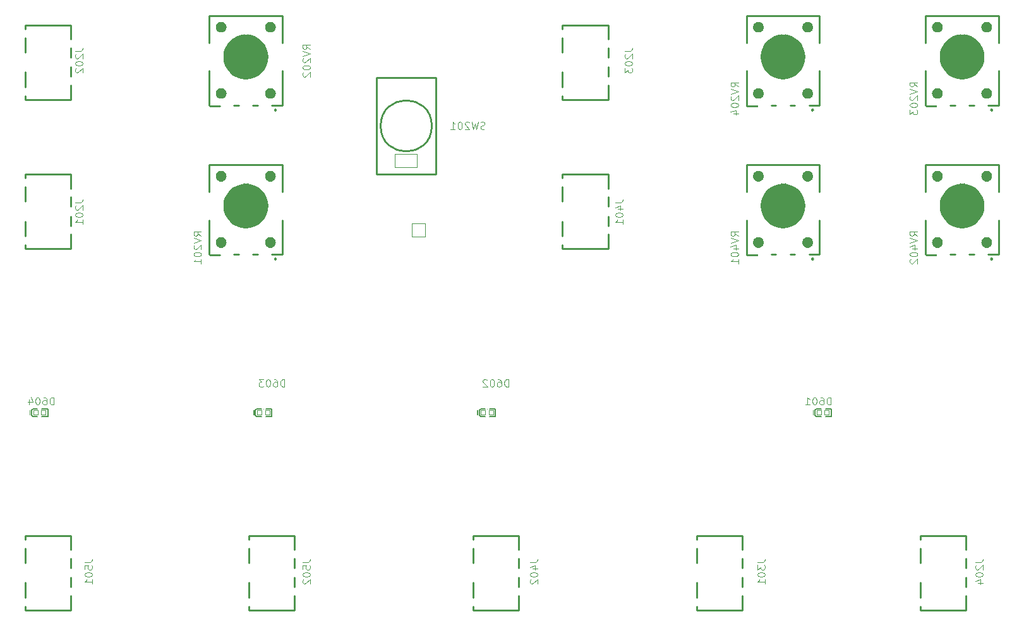
<source format=gbr>
%TF.GenerationSoftware,KiCad,Pcbnew,7.0.6+dfsg-1*%
%TF.CreationDate,2023-07-24T09:36:45-07:00*%
%TF.ProjectId,VCO,56434f2e-6b69-4636-9164-5f7063625858,rev?*%
%TF.SameCoordinates,Original*%
%TF.FileFunction,Legend,Bot*%
%TF.FilePolarity,Positive*%
%FSLAX46Y46*%
G04 Gerber Fmt 4.6, Leading zero omitted, Abs format (unit mm)*
G04 Created by KiCad (PCBNEW 7.0.6+dfsg-1) date 2023-07-24 09:36:45*
%MOMM*%
%LPD*%
G01*
G04 APERTURE LIST*
G04 Aperture macros list*
%AMRoundRect*
0 Rectangle with rounded corners*
0 $1 Rounding radius*
0 $2 $3 $4 $5 $6 $7 $8 $9 X,Y pos of 4 corners*
0 Add a 4 corners polygon primitive as box body*
4,1,4,$2,$3,$4,$5,$6,$7,$8,$9,$2,$3,0*
0 Add four circle primitives for the rounded corners*
1,1,$1+$1,$2,$3*
1,1,$1+$1,$4,$5*
1,1,$1+$1,$6,$7*
1,1,$1+$1,$8,$9*
0 Add four rect primitives between the rounded corners*
20,1,$1+$1,$2,$3,$4,$5,0*
20,1,$1+$1,$4,$5,$6,$7,0*
20,1,$1+$1,$6,$7,$8,$9,0*
20,1,$1+$1,$8,$9,$2,$3,0*%
G04 Aperture macros list end*
%ADD10C,0.100000*%
%ADD11C,0.254000*%
%ADD12C,0.152000*%
%ADD13C,1.902000*%
%ADD14RoundRect,0.051000X-0.900000X-0.900000X0.900000X-0.900000X0.900000X0.900000X-0.900000X0.900000X0*%
%ADD15C,1.802000*%
%ADD16O,3.102000X3.402000*%
%ADD17C,1.300000*%
%ADD18O,1.702000X2.602000*%
%ADD19O,2.602000X1.702000*%
%ADD20RoundRect,0.051000X-1.500000X0.900000X-1.500000X-0.900000X1.500000X-0.900000X1.500000X0.900000X0*%
%ADD21O,3.102000X1.902000*%
%ADD22RoundRect,0.051000X0.318000X0.270000X-0.318000X0.270000X-0.318000X-0.270000X0.318000X-0.270000X0*%
G04 APERTURE END LIST*
D10*
X112217419Y-64492380D02*
X111741228Y-64159047D01*
X112217419Y-63920952D02*
X111217419Y-63920952D01*
X111217419Y-63920952D02*
X111217419Y-64301904D01*
X111217419Y-64301904D02*
X111265038Y-64397142D01*
X111265038Y-64397142D02*
X111312657Y-64444761D01*
X111312657Y-64444761D02*
X111407895Y-64492380D01*
X111407895Y-64492380D02*
X111550752Y-64492380D01*
X111550752Y-64492380D02*
X111645990Y-64444761D01*
X111645990Y-64444761D02*
X111693609Y-64397142D01*
X111693609Y-64397142D02*
X111741228Y-64301904D01*
X111741228Y-64301904D02*
X111741228Y-63920952D01*
X111217419Y-64778095D02*
X112217419Y-65111428D01*
X112217419Y-65111428D02*
X111217419Y-65444761D01*
X111312657Y-65730476D02*
X111265038Y-65778095D01*
X111265038Y-65778095D02*
X111217419Y-65873333D01*
X111217419Y-65873333D02*
X111217419Y-66111428D01*
X111217419Y-66111428D02*
X111265038Y-66206666D01*
X111265038Y-66206666D02*
X111312657Y-66254285D01*
X111312657Y-66254285D02*
X111407895Y-66301904D01*
X111407895Y-66301904D02*
X111503133Y-66301904D01*
X111503133Y-66301904D02*
X111645990Y-66254285D01*
X111645990Y-66254285D02*
X112217419Y-65682857D01*
X112217419Y-65682857D02*
X112217419Y-66301904D01*
X111217419Y-66920952D02*
X111217419Y-67016190D01*
X111217419Y-67016190D02*
X111265038Y-67111428D01*
X111265038Y-67111428D02*
X111312657Y-67159047D01*
X111312657Y-67159047D02*
X111407895Y-67206666D01*
X111407895Y-67206666D02*
X111598371Y-67254285D01*
X111598371Y-67254285D02*
X111836466Y-67254285D01*
X111836466Y-67254285D02*
X112026942Y-67206666D01*
X112026942Y-67206666D02*
X112122180Y-67159047D01*
X112122180Y-67159047D02*
X112169800Y-67111428D01*
X112169800Y-67111428D02*
X112217419Y-67016190D01*
X112217419Y-67016190D02*
X112217419Y-66920952D01*
X112217419Y-66920952D02*
X112169800Y-66825714D01*
X112169800Y-66825714D02*
X112122180Y-66778095D01*
X112122180Y-66778095D02*
X112026942Y-66730476D01*
X112026942Y-66730476D02*
X111836466Y-66682857D01*
X111836466Y-66682857D02*
X111598371Y-66682857D01*
X111598371Y-66682857D02*
X111407895Y-66730476D01*
X111407895Y-66730476D02*
X111312657Y-66778095D01*
X111312657Y-66778095D02*
X111265038Y-66825714D01*
X111265038Y-66825714D02*
X111217419Y-66920952D01*
X111312657Y-67635238D02*
X111265038Y-67682857D01*
X111265038Y-67682857D02*
X111217419Y-67778095D01*
X111217419Y-67778095D02*
X111217419Y-68016190D01*
X111217419Y-68016190D02*
X111265038Y-68111428D01*
X111265038Y-68111428D02*
X111312657Y-68159047D01*
X111312657Y-68159047D02*
X111407895Y-68206666D01*
X111407895Y-68206666D02*
X111503133Y-68206666D01*
X111503133Y-68206666D02*
X111645990Y-68159047D01*
X111645990Y-68159047D02*
X112217419Y-67587619D01*
X112217419Y-67587619D02*
X112217419Y-68206666D01*
X80737419Y-85074285D02*
X81451704Y-85074285D01*
X81451704Y-85074285D02*
X81594561Y-85026666D01*
X81594561Y-85026666D02*
X81689800Y-84931428D01*
X81689800Y-84931428D02*
X81737419Y-84788571D01*
X81737419Y-84788571D02*
X81737419Y-84693333D01*
X80832657Y-85502857D02*
X80785038Y-85550476D01*
X80785038Y-85550476D02*
X80737419Y-85645714D01*
X80737419Y-85645714D02*
X80737419Y-85883809D01*
X80737419Y-85883809D02*
X80785038Y-85979047D01*
X80785038Y-85979047D02*
X80832657Y-86026666D01*
X80832657Y-86026666D02*
X80927895Y-86074285D01*
X80927895Y-86074285D02*
X81023133Y-86074285D01*
X81023133Y-86074285D02*
X81165990Y-86026666D01*
X81165990Y-86026666D02*
X81737419Y-85455238D01*
X81737419Y-85455238D02*
X81737419Y-86074285D01*
X80737419Y-86693333D02*
X80737419Y-86788571D01*
X80737419Y-86788571D02*
X80785038Y-86883809D01*
X80785038Y-86883809D02*
X80832657Y-86931428D01*
X80832657Y-86931428D02*
X80927895Y-86979047D01*
X80927895Y-86979047D02*
X81118371Y-87026666D01*
X81118371Y-87026666D02*
X81356466Y-87026666D01*
X81356466Y-87026666D02*
X81546942Y-86979047D01*
X81546942Y-86979047D02*
X81642180Y-86931428D01*
X81642180Y-86931428D02*
X81689800Y-86883809D01*
X81689800Y-86883809D02*
X81737419Y-86788571D01*
X81737419Y-86788571D02*
X81737419Y-86693333D01*
X81737419Y-86693333D02*
X81689800Y-86598095D01*
X81689800Y-86598095D02*
X81642180Y-86550476D01*
X81642180Y-86550476D02*
X81546942Y-86502857D01*
X81546942Y-86502857D02*
X81356466Y-86455238D01*
X81356466Y-86455238D02*
X81118371Y-86455238D01*
X81118371Y-86455238D02*
X80927895Y-86502857D01*
X80927895Y-86502857D02*
X80832657Y-86550476D01*
X80832657Y-86550476D02*
X80785038Y-86598095D01*
X80785038Y-86598095D02*
X80737419Y-86693333D01*
X81737419Y-87979047D02*
X81737419Y-87407619D01*
X81737419Y-87693333D02*
X80737419Y-87693333D01*
X80737419Y-87693333D02*
X80880276Y-87598095D01*
X80880276Y-87598095D02*
X80975514Y-87502857D01*
X80975514Y-87502857D02*
X81023133Y-87407619D01*
X154397419Y-64754285D02*
X155111704Y-64754285D01*
X155111704Y-64754285D02*
X155254561Y-64706666D01*
X155254561Y-64706666D02*
X155349800Y-64611428D01*
X155349800Y-64611428D02*
X155397419Y-64468571D01*
X155397419Y-64468571D02*
X155397419Y-64373333D01*
X154492657Y-65182857D02*
X154445038Y-65230476D01*
X154445038Y-65230476D02*
X154397419Y-65325714D01*
X154397419Y-65325714D02*
X154397419Y-65563809D01*
X154397419Y-65563809D02*
X154445038Y-65659047D01*
X154445038Y-65659047D02*
X154492657Y-65706666D01*
X154492657Y-65706666D02*
X154587895Y-65754285D01*
X154587895Y-65754285D02*
X154683133Y-65754285D01*
X154683133Y-65754285D02*
X154825990Y-65706666D01*
X154825990Y-65706666D02*
X155397419Y-65135238D01*
X155397419Y-65135238D02*
X155397419Y-65754285D01*
X154397419Y-66373333D02*
X154397419Y-66468571D01*
X154397419Y-66468571D02*
X154445038Y-66563809D01*
X154445038Y-66563809D02*
X154492657Y-66611428D01*
X154492657Y-66611428D02*
X154587895Y-66659047D01*
X154587895Y-66659047D02*
X154778371Y-66706666D01*
X154778371Y-66706666D02*
X155016466Y-66706666D01*
X155016466Y-66706666D02*
X155206942Y-66659047D01*
X155206942Y-66659047D02*
X155302180Y-66611428D01*
X155302180Y-66611428D02*
X155349800Y-66563809D01*
X155349800Y-66563809D02*
X155397419Y-66468571D01*
X155397419Y-66468571D02*
X155397419Y-66373333D01*
X155397419Y-66373333D02*
X155349800Y-66278095D01*
X155349800Y-66278095D02*
X155302180Y-66230476D01*
X155302180Y-66230476D02*
X155206942Y-66182857D01*
X155206942Y-66182857D02*
X155016466Y-66135238D01*
X155016466Y-66135238D02*
X154778371Y-66135238D01*
X154778371Y-66135238D02*
X154587895Y-66182857D01*
X154587895Y-66182857D02*
X154492657Y-66230476D01*
X154492657Y-66230476D02*
X154445038Y-66278095D01*
X154445038Y-66278095D02*
X154397419Y-66373333D01*
X154397419Y-67040000D02*
X154397419Y-67659047D01*
X154397419Y-67659047D02*
X154778371Y-67325714D01*
X154778371Y-67325714D02*
X154778371Y-67468571D01*
X154778371Y-67468571D02*
X154825990Y-67563809D01*
X154825990Y-67563809D02*
X154873609Y-67611428D01*
X154873609Y-67611428D02*
X154968847Y-67659047D01*
X154968847Y-67659047D02*
X155206942Y-67659047D01*
X155206942Y-67659047D02*
X155302180Y-67611428D01*
X155302180Y-67611428D02*
X155349800Y-67563809D01*
X155349800Y-67563809D02*
X155397419Y-67468571D01*
X155397419Y-67468571D02*
X155397419Y-67182857D01*
X155397419Y-67182857D02*
X155349800Y-67087619D01*
X155349800Y-67087619D02*
X155302180Y-67040000D01*
X193607419Y-89552380D02*
X193131228Y-89219047D01*
X193607419Y-88980952D02*
X192607419Y-88980952D01*
X192607419Y-88980952D02*
X192607419Y-89361904D01*
X192607419Y-89361904D02*
X192655038Y-89457142D01*
X192655038Y-89457142D02*
X192702657Y-89504761D01*
X192702657Y-89504761D02*
X192797895Y-89552380D01*
X192797895Y-89552380D02*
X192940752Y-89552380D01*
X192940752Y-89552380D02*
X193035990Y-89504761D01*
X193035990Y-89504761D02*
X193083609Y-89457142D01*
X193083609Y-89457142D02*
X193131228Y-89361904D01*
X193131228Y-89361904D02*
X193131228Y-88980952D01*
X192607419Y-89838095D02*
X193607419Y-90171428D01*
X193607419Y-90171428D02*
X192607419Y-90504761D01*
X192940752Y-91266666D02*
X193607419Y-91266666D01*
X192559800Y-91028571D02*
X193274085Y-90790476D01*
X193274085Y-90790476D02*
X193274085Y-91409523D01*
X192607419Y-91980952D02*
X192607419Y-92076190D01*
X192607419Y-92076190D02*
X192655038Y-92171428D01*
X192655038Y-92171428D02*
X192702657Y-92219047D01*
X192702657Y-92219047D02*
X192797895Y-92266666D01*
X192797895Y-92266666D02*
X192988371Y-92314285D01*
X192988371Y-92314285D02*
X193226466Y-92314285D01*
X193226466Y-92314285D02*
X193416942Y-92266666D01*
X193416942Y-92266666D02*
X193512180Y-92219047D01*
X193512180Y-92219047D02*
X193559800Y-92171428D01*
X193559800Y-92171428D02*
X193607419Y-92076190D01*
X193607419Y-92076190D02*
X193607419Y-91980952D01*
X193607419Y-91980952D02*
X193559800Y-91885714D01*
X193559800Y-91885714D02*
X193512180Y-91838095D01*
X193512180Y-91838095D02*
X193416942Y-91790476D01*
X193416942Y-91790476D02*
X193226466Y-91742857D01*
X193226466Y-91742857D02*
X192988371Y-91742857D01*
X192988371Y-91742857D02*
X192797895Y-91790476D01*
X192797895Y-91790476D02*
X192702657Y-91838095D01*
X192702657Y-91838095D02*
X192655038Y-91885714D01*
X192655038Y-91885714D02*
X192607419Y-91980952D01*
X192702657Y-92695238D02*
X192655038Y-92742857D01*
X192655038Y-92742857D02*
X192607419Y-92838095D01*
X192607419Y-92838095D02*
X192607419Y-93076190D01*
X192607419Y-93076190D02*
X192655038Y-93171428D01*
X192655038Y-93171428D02*
X192702657Y-93219047D01*
X192702657Y-93219047D02*
X192797895Y-93266666D01*
X192797895Y-93266666D02*
X192893133Y-93266666D01*
X192893133Y-93266666D02*
X193035990Y-93219047D01*
X193035990Y-93219047D02*
X193607419Y-92647619D01*
X193607419Y-92647619D02*
X193607419Y-93266666D01*
X201387419Y-133334285D02*
X202101704Y-133334285D01*
X202101704Y-133334285D02*
X202244561Y-133286666D01*
X202244561Y-133286666D02*
X202339800Y-133191428D01*
X202339800Y-133191428D02*
X202387419Y-133048571D01*
X202387419Y-133048571D02*
X202387419Y-132953333D01*
X201482657Y-133762857D02*
X201435038Y-133810476D01*
X201435038Y-133810476D02*
X201387419Y-133905714D01*
X201387419Y-133905714D02*
X201387419Y-134143809D01*
X201387419Y-134143809D02*
X201435038Y-134239047D01*
X201435038Y-134239047D02*
X201482657Y-134286666D01*
X201482657Y-134286666D02*
X201577895Y-134334285D01*
X201577895Y-134334285D02*
X201673133Y-134334285D01*
X201673133Y-134334285D02*
X201815990Y-134286666D01*
X201815990Y-134286666D02*
X202387419Y-133715238D01*
X202387419Y-133715238D02*
X202387419Y-134334285D01*
X201387419Y-134953333D02*
X201387419Y-135048571D01*
X201387419Y-135048571D02*
X201435038Y-135143809D01*
X201435038Y-135143809D02*
X201482657Y-135191428D01*
X201482657Y-135191428D02*
X201577895Y-135239047D01*
X201577895Y-135239047D02*
X201768371Y-135286666D01*
X201768371Y-135286666D02*
X202006466Y-135286666D01*
X202006466Y-135286666D02*
X202196942Y-135239047D01*
X202196942Y-135239047D02*
X202292180Y-135191428D01*
X202292180Y-135191428D02*
X202339800Y-135143809D01*
X202339800Y-135143809D02*
X202387419Y-135048571D01*
X202387419Y-135048571D02*
X202387419Y-134953333D01*
X202387419Y-134953333D02*
X202339800Y-134858095D01*
X202339800Y-134858095D02*
X202292180Y-134810476D01*
X202292180Y-134810476D02*
X202196942Y-134762857D01*
X202196942Y-134762857D02*
X202006466Y-134715238D01*
X202006466Y-134715238D02*
X201768371Y-134715238D01*
X201768371Y-134715238D02*
X201577895Y-134762857D01*
X201577895Y-134762857D02*
X201482657Y-134810476D01*
X201482657Y-134810476D02*
X201435038Y-134858095D01*
X201435038Y-134858095D02*
X201387419Y-134953333D01*
X201720752Y-136143809D02*
X202387419Y-136143809D01*
X201339800Y-135905714D02*
X202054085Y-135667619D01*
X202054085Y-135667619D02*
X202054085Y-136286666D01*
X153127419Y-85074285D02*
X153841704Y-85074285D01*
X153841704Y-85074285D02*
X153984561Y-85026666D01*
X153984561Y-85026666D02*
X154079800Y-84931428D01*
X154079800Y-84931428D02*
X154127419Y-84788571D01*
X154127419Y-84788571D02*
X154127419Y-84693333D01*
X153460752Y-85979047D02*
X154127419Y-85979047D01*
X153079800Y-85740952D02*
X153794085Y-85502857D01*
X153794085Y-85502857D02*
X153794085Y-86121904D01*
X153127419Y-86693333D02*
X153127419Y-86788571D01*
X153127419Y-86788571D02*
X153175038Y-86883809D01*
X153175038Y-86883809D02*
X153222657Y-86931428D01*
X153222657Y-86931428D02*
X153317895Y-86979047D01*
X153317895Y-86979047D02*
X153508371Y-87026666D01*
X153508371Y-87026666D02*
X153746466Y-87026666D01*
X153746466Y-87026666D02*
X153936942Y-86979047D01*
X153936942Y-86979047D02*
X154032180Y-86931428D01*
X154032180Y-86931428D02*
X154079800Y-86883809D01*
X154079800Y-86883809D02*
X154127419Y-86788571D01*
X154127419Y-86788571D02*
X154127419Y-86693333D01*
X154127419Y-86693333D02*
X154079800Y-86598095D01*
X154079800Y-86598095D02*
X154032180Y-86550476D01*
X154032180Y-86550476D02*
X153936942Y-86502857D01*
X153936942Y-86502857D02*
X153746466Y-86455238D01*
X153746466Y-86455238D02*
X153508371Y-86455238D01*
X153508371Y-86455238D02*
X153317895Y-86502857D01*
X153317895Y-86502857D02*
X153222657Y-86550476D01*
X153222657Y-86550476D02*
X153175038Y-86598095D01*
X153175038Y-86598095D02*
X153127419Y-86693333D01*
X154127419Y-87979047D02*
X154127419Y-87407619D01*
X154127419Y-87693333D02*
X153127419Y-87693333D01*
X153127419Y-87693333D02*
X153270276Y-87598095D01*
X153270276Y-87598095D02*
X153365514Y-87502857D01*
X153365514Y-87502857D02*
X153413133Y-87407619D01*
X169607419Y-69552380D02*
X169131228Y-69219047D01*
X169607419Y-68980952D02*
X168607419Y-68980952D01*
X168607419Y-68980952D02*
X168607419Y-69361904D01*
X168607419Y-69361904D02*
X168655038Y-69457142D01*
X168655038Y-69457142D02*
X168702657Y-69504761D01*
X168702657Y-69504761D02*
X168797895Y-69552380D01*
X168797895Y-69552380D02*
X168940752Y-69552380D01*
X168940752Y-69552380D02*
X169035990Y-69504761D01*
X169035990Y-69504761D02*
X169083609Y-69457142D01*
X169083609Y-69457142D02*
X169131228Y-69361904D01*
X169131228Y-69361904D02*
X169131228Y-68980952D01*
X168607419Y-69838095D02*
X169607419Y-70171428D01*
X169607419Y-70171428D02*
X168607419Y-70504761D01*
X168702657Y-70790476D02*
X168655038Y-70838095D01*
X168655038Y-70838095D02*
X168607419Y-70933333D01*
X168607419Y-70933333D02*
X168607419Y-71171428D01*
X168607419Y-71171428D02*
X168655038Y-71266666D01*
X168655038Y-71266666D02*
X168702657Y-71314285D01*
X168702657Y-71314285D02*
X168797895Y-71361904D01*
X168797895Y-71361904D02*
X168893133Y-71361904D01*
X168893133Y-71361904D02*
X169035990Y-71314285D01*
X169035990Y-71314285D02*
X169607419Y-70742857D01*
X169607419Y-70742857D02*
X169607419Y-71361904D01*
X168607419Y-71980952D02*
X168607419Y-72076190D01*
X168607419Y-72076190D02*
X168655038Y-72171428D01*
X168655038Y-72171428D02*
X168702657Y-72219047D01*
X168702657Y-72219047D02*
X168797895Y-72266666D01*
X168797895Y-72266666D02*
X168988371Y-72314285D01*
X168988371Y-72314285D02*
X169226466Y-72314285D01*
X169226466Y-72314285D02*
X169416942Y-72266666D01*
X169416942Y-72266666D02*
X169512180Y-72219047D01*
X169512180Y-72219047D02*
X169559800Y-72171428D01*
X169559800Y-72171428D02*
X169607419Y-72076190D01*
X169607419Y-72076190D02*
X169607419Y-71980952D01*
X169607419Y-71980952D02*
X169559800Y-71885714D01*
X169559800Y-71885714D02*
X169512180Y-71838095D01*
X169512180Y-71838095D02*
X169416942Y-71790476D01*
X169416942Y-71790476D02*
X169226466Y-71742857D01*
X169226466Y-71742857D02*
X168988371Y-71742857D01*
X168988371Y-71742857D02*
X168797895Y-71790476D01*
X168797895Y-71790476D02*
X168702657Y-71838095D01*
X168702657Y-71838095D02*
X168655038Y-71885714D01*
X168655038Y-71885714D02*
X168607419Y-71980952D01*
X168940752Y-73171428D02*
X169607419Y-73171428D01*
X168559800Y-72933333D02*
X169274085Y-72695238D01*
X169274085Y-72695238D02*
X169274085Y-73314285D01*
X135635713Y-75209800D02*
X135492856Y-75257419D01*
X135492856Y-75257419D02*
X135254761Y-75257419D01*
X135254761Y-75257419D02*
X135159523Y-75209800D01*
X135159523Y-75209800D02*
X135111904Y-75162180D01*
X135111904Y-75162180D02*
X135064285Y-75066942D01*
X135064285Y-75066942D02*
X135064285Y-74971704D01*
X135064285Y-74971704D02*
X135111904Y-74876466D01*
X135111904Y-74876466D02*
X135159523Y-74828847D01*
X135159523Y-74828847D02*
X135254761Y-74781228D01*
X135254761Y-74781228D02*
X135445237Y-74733609D01*
X135445237Y-74733609D02*
X135540475Y-74685990D01*
X135540475Y-74685990D02*
X135588094Y-74638371D01*
X135588094Y-74638371D02*
X135635713Y-74543133D01*
X135635713Y-74543133D02*
X135635713Y-74447895D01*
X135635713Y-74447895D02*
X135588094Y-74352657D01*
X135588094Y-74352657D02*
X135540475Y-74305038D01*
X135540475Y-74305038D02*
X135445237Y-74257419D01*
X135445237Y-74257419D02*
X135207142Y-74257419D01*
X135207142Y-74257419D02*
X135064285Y-74305038D01*
X134730951Y-74257419D02*
X134492856Y-75257419D01*
X134492856Y-75257419D02*
X134302380Y-74543133D01*
X134302380Y-74543133D02*
X134111904Y-75257419D01*
X134111904Y-75257419D02*
X133873809Y-74257419D01*
X133540475Y-74352657D02*
X133492856Y-74305038D01*
X133492856Y-74305038D02*
X133397618Y-74257419D01*
X133397618Y-74257419D02*
X133159523Y-74257419D01*
X133159523Y-74257419D02*
X133064285Y-74305038D01*
X133064285Y-74305038D02*
X133016666Y-74352657D01*
X133016666Y-74352657D02*
X132969047Y-74447895D01*
X132969047Y-74447895D02*
X132969047Y-74543133D01*
X132969047Y-74543133D02*
X133016666Y-74685990D01*
X133016666Y-74685990D02*
X133588094Y-75257419D01*
X133588094Y-75257419D02*
X132969047Y-75257419D01*
X132349999Y-74257419D02*
X132254761Y-74257419D01*
X132254761Y-74257419D02*
X132159523Y-74305038D01*
X132159523Y-74305038D02*
X132111904Y-74352657D01*
X132111904Y-74352657D02*
X132064285Y-74447895D01*
X132064285Y-74447895D02*
X132016666Y-74638371D01*
X132016666Y-74638371D02*
X132016666Y-74876466D01*
X132016666Y-74876466D02*
X132064285Y-75066942D01*
X132064285Y-75066942D02*
X132111904Y-75162180D01*
X132111904Y-75162180D02*
X132159523Y-75209800D01*
X132159523Y-75209800D02*
X132254761Y-75257419D01*
X132254761Y-75257419D02*
X132349999Y-75257419D01*
X132349999Y-75257419D02*
X132445237Y-75209800D01*
X132445237Y-75209800D02*
X132492856Y-75162180D01*
X132492856Y-75162180D02*
X132540475Y-75066942D01*
X132540475Y-75066942D02*
X132588094Y-74876466D01*
X132588094Y-74876466D02*
X132588094Y-74638371D01*
X132588094Y-74638371D02*
X132540475Y-74447895D01*
X132540475Y-74447895D02*
X132492856Y-74352657D01*
X132492856Y-74352657D02*
X132445237Y-74305038D01*
X132445237Y-74305038D02*
X132349999Y-74257419D01*
X131064285Y-75257419D02*
X131635713Y-75257419D01*
X131349999Y-75257419D02*
X131349999Y-74257419D01*
X131349999Y-74257419D02*
X131445237Y-74400276D01*
X131445237Y-74400276D02*
X131540475Y-74495514D01*
X131540475Y-74495514D02*
X131635713Y-74543133D01*
X193607419Y-69552380D02*
X193131228Y-69219047D01*
X193607419Y-68980952D02*
X192607419Y-68980952D01*
X192607419Y-68980952D02*
X192607419Y-69361904D01*
X192607419Y-69361904D02*
X192655038Y-69457142D01*
X192655038Y-69457142D02*
X192702657Y-69504761D01*
X192702657Y-69504761D02*
X192797895Y-69552380D01*
X192797895Y-69552380D02*
X192940752Y-69552380D01*
X192940752Y-69552380D02*
X193035990Y-69504761D01*
X193035990Y-69504761D02*
X193083609Y-69457142D01*
X193083609Y-69457142D02*
X193131228Y-69361904D01*
X193131228Y-69361904D02*
X193131228Y-68980952D01*
X192607419Y-69838095D02*
X193607419Y-70171428D01*
X193607419Y-70171428D02*
X192607419Y-70504761D01*
X192702657Y-70790476D02*
X192655038Y-70838095D01*
X192655038Y-70838095D02*
X192607419Y-70933333D01*
X192607419Y-70933333D02*
X192607419Y-71171428D01*
X192607419Y-71171428D02*
X192655038Y-71266666D01*
X192655038Y-71266666D02*
X192702657Y-71314285D01*
X192702657Y-71314285D02*
X192797895Y-71361904D01*
X192797895Y-71361904D02*
X192893133Y-71361904D01*
X192893133Y-71361904D02*
X193035990Y-71314285D01*
X193035990Y-71314285D02*
X193607419Y-70742857D01*
X193607419Y-70742857D02*
X193607419Y-71361904D01*
X192607419Y-71980952D02*
X192607419Y-72076190D01*
X192607419Y-72076190D02*
X192655038Y-72171428D01*
X192655038Y-72171428D02*
X192702657Y-72219047D01*
X192702657Y-72219047D02*
X192797895Y-72266666D01*
X192797895Y-72266666D02*
X192988371Y-72314285D01*
X192988371Y-72314285D02*
X193226466Y-72314285D01*
X193226466Y-72314285D02*
X193416942Y-72266666D01*
X193416942Y-72266666D02*
X193512180Y-72219047D01*
X193512180Y-72219047D02*
X193559800Y-72171428D01*
X193559800Y-72171428D02*
X193607419Y-72076190D01*
X193607419Y-72076190D02*
X193607419Y-71980952D01*
X193607419Y-71980952D02*
X193559800Y-71885714D01*
X193559800Y-71885714D02*
X193512180Y-71838095D01*
X193512180Y-71838095D02*
X193416942Y-71790476D01*
X193416942Y-71790476D02*
X193226466Y-71742857D01*
X193226466Y-71742857D02*
X192988371Y-71742857D01*
X192988371Y-71742857D02*
X192797895Y-71790476D01*
X192797895Y-71790476D02*
X192702657Y-71838095D01*
X192702657Y-71838095D02*
X192655038Y-71885714D01*
X192655038Y-71885714D02*
X192607419Y-71980952D01*
X192607419Y-72647619D02*
X192607419Y-73266666D01*
X192607419Y-73266666D02*
X192988371Y-72933333D01*
X192988371Y-72933333D02*
X192988371Y-73076190D01*
X192988371Y-73076190D02*
X193035990Y-73171428D01*
X193035990Y-73171428D02*
X193083609Y-73219047D01*
X193083609Y-73219047D02*
X193178847Y-73266666D01*
X193178847Y-73266666D02*
X193416942Y-73266666D01*
X193416942Y-73266666D02*
X193512180Y-73219047D01*
X193512180Y-73219047D02*
X193559800Y-73171428D01*
X193559800Y-73171428D02*
X193607419Y-73076190D01*
X193607419Y-73076190D02*
X193607419Y-72790476D01*
X193607419Y-72790476D02*
X193559800Y-72695238D01*
X193559800Y-72695238D02*
X193512180Y-72647619D01*
X182030475Y-112217419D02*
X182030475Y-111217419D01*
X182030475Y-111217419D02*
X181792380Y-111217419D01*
X181792380Y-111217419D02*
X181649523Y-111265038D01*
X181649523Y-111265038D02*
X181554285Y-111360276D01*
X181554285Y-111360276D02*
X181506666Y-111455514D01*
X181506666Y-111455514D02*
X181459047Y-111645990D01*
X181459047Y-111645990D02*
X181459047Y-111788847D01*
X181459047Y-111788847D02*
X181506666Y-111979323D01*
X181506666Y-111979323D02*
X181554285Y-112074561D01*
X181554285Y-112074561D02*
X181649523Y-112169800D01*
X181649523Y-112169800D02*
X181792380Y-112217419D01*
X181792380Y-112217419D02*
X182030475Y-112217419D01*
X180601904Y-111217419D02*
X180792380Y-111217419D01*
X180792380Y-111217419D02*
X180887618Y-111265038D01*
X180887618Y-111265038D02*
X180935237Y-111312657D01*
X180935237Y-111312657D02*
X181030475Y-111455514D01*
X181030475Y-111455514D02*
X181078094Y-111645990D01*
X181078094Y-111645990D02*
X181078094Y-112026942D01*
X181078094Y-112026942D02*
X181030475Y-112122180D01*
X181030475Y-112122180D02*
X180982856Y-112169800D01*
X180982856Y-112169800D02*
X180887618Y-112217419D01*
X180887618Y-112217419D02*
X180697142Y-112217419D01*
X180697142Y-112217419D02*
X180601904Y-112169800D01*
X180601904Y-112169800D02*
X180554285Y-112122180D01*
X180554285Y-112122180D02*
X180506666Y-112026942D01*
X180506666Y-112026942D02*
X180506666Y-111788847D01*
X180506666Y-111788847D02*
X180554285Y-111693609D01*
X180554285Y-111693609D02*
X180601904Y-111645990D01*
X180601904Y-111645990D02*
X180697142Y-111598371D01*
X180697142Y-111598371D02*
X180887618Y-111598371D01*
X180887618Y-111598371D02*
X180982856Y-111645990D01*
X180982856Y-111645990D02*
X181030475Y-111693609D01*
X181030475Y-111693609D02*
X181078094Y-111788847D01*
X179887618Y-111217419D02*
X179792380Y-111217419D01*
X179792380Y-111217419D02*
X179697142Y-111265038D01*
X179697142Y-111265038D02*
X179649523Y-111312657D01*
X179649523Y-111312657D02*
X179601904Y-111407895D01*
X179601904Y-111407895D02*
X179554285Y-111598371D01*
X179554285Y-111598371D02*
X179554285Y-111836466D01*
X179554285Y-111836466D02*
X179601904Y-112026942D01*
X179601904Y-112026942D02*
X179649523Y-112122180D01*
X179649523Y-112122180D02*
X179697142Y-112169800D01*
X179697142Y-112169800D02*
X179792380Y-112217419D01*
X179792380Y-112217419D02*
X179887618Y-112217419D01*
X179887618Y-112217419D02*
X179982856Y-112169800D01*
X179982856Y-112169800D02*
X180030475Y-112122180D01*
X180030475Y-112122180D02*
X180078094Y-112026942D01*
X180078094Y-112026942D02*
X180125713Y-111836466D01*
X180125713Y-111836466D02*
X180125713Y-111598371D01*
X180125713Y-111598371D02*
X180078094Y-111407895D01*
X180078094Y-111407895D02*
X180030475Y-111312657D01*
X180030475Y-111312657D02*
X179982856Y-111265038D01*
X179982856Y-111265038D02*
X179887618Y-111217419D01*
X178601904Y-112217419D02*
X179173332Y-112217419D01*
X178887618Y-112217419D02*
X178887618Y-111217419D01*
X178887618Y-111217419D02*
X178982856Y-111360276D01*
X178982856Y-111360276D02*
X179078094Y-111455514D01*
X179078094Y-111455514D02*
X179173332Y-111503133D01*
X169607419Y-89552380D02*
X169131228Y-89219047D01*
X169607419Y-88980952D02*
X168607419Y-88980952D01*
X168607419Y-88980952D02*
X168607419Y-89361904D01*
X168607419Y-89361904D02*
X168655038Y-89457142D01*
X168655038Y-89457142D02*
X168702657Y-89504761D01*
X168702657Y-89504761D02*
X168797895Y-89552380D01*
X168797895Y-89552380D02*
X168940752Y-89552380D01*
X168940752Y-89552380D02*
X169035990Y-89504761D01*
X169035990Y-89504761D02*
X169083609Y-89457142D01*
X169083609Y-89457142D02*
X169131228Y-89361904D01*
X169131228Y-89361904D02*
X169131228Y-88980952D01*
X168607419Y-89838095D02*
X169607419Y-90171428D01*
X169607419Y-90171428D02*
X168607419Y-90504761D01*
X168940752Y-91266666D02*
X169607419Y-91266666D01*
X168559800Y-91028571D02*
X169274085Y-90790476D01*
X169274085Y-90790476D02*
X169274085Y-91409523D01*
X168607419Y-91980952D02*
X168607419Y-92076190D01*
X168607419Y-92076190D02*
X168655038Y-92171428D01*
X168655038Y-92171428D02*
X168702657Y-92219047D01*
X168702657Y-92219047D02*
X168797895Y-92266666D01*
X168797895Y-92266666D02*
X168988371Y-92314285D01*
X168988371Y-92314285D02*
X169226466Y-92314285D01*
X169226466Y-92314285D02*
X169416942Y-92266666D01*
X169416942Y-92266666D02*
X169512180Y-92219047D01*
X169512180Y-92219047D02*
X169559800Y-92171428D01*
X169559800Y-92171428D02*
X169607419Y-92076190D01*
X169607419Y-92076190D02*
X169607419Y-91980952D01*
X169607419Y-91980952D02*
X169559800Y-91885714D01*
X169559800Y-91885714D02*
X169512180Y-91838095D01*
X169512180Y-91838095D02*
X169416942Y-91790476D01*
X169416942Y-91790476D02*
X169226466Y-91742857D01*
X169226466Y-91742857D02*
X168988371Y-91742857D01*
X168988371Y-91742857D02*
X168797895Y-91790476D01*
X168797895Y-91790476D02*
X168702657Y-91838095D01*
X168702657Y-91838095D02*
X168655038Y-91885714D01*
X168655038Y-91885714D02*
X168607419Y-91980952D01*
X169607419Y-93266666D02*
X169607419Y-92695238D01*
X169607419Y-92980952D02*
X168607419Y-92980952D01*
X168607419Y-92980952D02*
X168750276Y-92885714D01*
X168750276Y-92885714D02*
X168845514Y-92790476D01*
X168845514Y-92790476D02*
X168893133Y-92695238D01*
X108790475Y-109797419D02*
X108790475Y-108797419D01*
X108790475Y-108797419D02*
X108552380Y-108797419D01*
X108552380Y-108797419D02*
X108409523Y-108845038D01*
X108409523Y-108845038D02*
X108314285Y-108940276D01*
X108314285Y-108940276D02*
X108266666Y-109035514D01*
X108266666Y-109035514D02*
X108219047Y-109225990D01*
X108219047Y-109225990D02*
X108219047Y-109368847D01*
X108219047Y-109368847D02*
X108266666Y-109559323D01*
X108266666Y-109559323D02*
X108314285Y-109654561D01*
X108314285Y-109654561D02*
X108409523Y-109749800D01*
X108409523Y-109749800D02*
X108552380Y-109797419D01*
X108552380Y-109797419D02*
X108790475Y-109797419D01*
X107361904Y-108797419D02*
X107552380Y-108797419D01*
X107552380Y-108797419D02*
X107647618Y-108845038D01*
X107647618Y-108845038D02*
X107695237Y-108892657D01*
X107695237Y-108892657D02*
X107790475Y-109035514D01*
X107790475Y-109035514D02*
X107838094Y-109225990D01*
X107838094Y-109225990D02*
X107838094Y-109606942D01*
X107838094Y-109606942D02*
X107790475Y-109702180D01*
X107790475Y-109702180D02*
X107742856Y-109749800D01*
X107742856Y-109749800D02*
X107647618Y-109797419D01*
X107647618Y-109797419D02*
X107457142Y-109797419D01*
X107457142Y-109797419D02*
X107361904Y-109749800D01*
X107361904Y-109749800D02*
X107314285Y-109702180D01*
X107314285Y-109702180D02*
X107266666Y-109606942D01*
X107266666Y-109606942D02*
X107266666Y-109368847D01*
X107266666Y-109368847D02*
X107314285Y-109273609D01*
X107314285Y-109273609D02*
X107361904Y-109225990D01*
X107361904Y-109225990D02*
X107457142Y-109178371D01*
X107457142Y-109178371D02*
X107647618Y-109178371D01*
X107647618Y-109178371D02*
X107742856Y-109225990D01*
X107742856Y-109225990D02*
X107790475Y-109273609D01*
X107790475Y-109273609D02*
X107838094Y-109368847D01*
X106647618Y-108797419D02*
X106552380Y-108797419D01*
X106552380Y-108797419D02*
X106457142Y-108845038D01*
X106457142Y-108845038D02*
X106409523Y-108892657D01*
X106409523Y-108892657D02*
X106361904Y-108987895D01*
X106361904Y-108987895D02*
X106314285Y-109178371D01*
X106314285Y-109178371D02*
X106314285Y-109416466D01*
X106314285Y-109416466D02*
X106361904Y-109606942D01*
X106361904Y-109606942D02*
X106409523Y-109702180D01*
X106409523Y-109702180D02*
X106457142Y-109749800D01*
X106457142Y-109749800D02*
X106552380Y-109797419D01*
X106552380Y-109797419D02*
X106647618Y-109797419D01*
X106647618Y-109797419D02*
X106742856Y-109749800D01*
X106742856Y-109749800D02*
X106790475Y-109702180D01*
X106790475Y-109702180D02*
X106838094Y-109606942D01*
X106838094Y-109606942D02*
X106885713Y-109416466D01*
X106885713Y-109416466D02*
X106885713Y-109178371D01*
X106885713Y-109178371D02*
X106838094Y-108987895D01*
X106838094Y-108987895D02*
X106790475Y-108892657D01*
X106790475Y-108892657D02*
X106742856Y-108845038D01*
X106742856Y-108845038D02*
X106647618Y-108797419D01*
X105980951Y-108797419D02*
X105361904Y-108797419D01*
X105361904Y-108797419D02*
X105695237Y-109178371D01*
X105695237Y-109178371D02*
X105552380Y-109178371D01*
X105552380Y-109178371D02*
X105457142Y-109225990D01*
X105457142Y-109225990D02*
X105409523Y-109273609D01*
X105409523Y-109273609D02*
X105361904Y-109368847D01*
X105361904Y-109368847D02*
X105361904Y-109606942D01*
X105361904Y-109606942D02*
X105409523Y-109702180D01*
X105409523Y-109702180D02*
X105457142Y-109749800D01*
X105457142Y-109749800D02*
X105552380Y-109797419D01*
X105552380Y-109797419D02*
X105838094Y-109797419D01*
X105838094Y-109797419D02*
X105933332Y-109749800D01*
X105933332Y-109749800D02*
X105980951Y-109702180D01*
X141697419Y-133334285D02*
X142411704Y-133334285D01*
X142411704Y-133334285D02*
X142554561Y-133286666D01*
X142554561Y-133286666D02*
X142649800Y-133191428D01*
X142649800Y-133191428D02*
X142697419Y-133048571D01*
X142697419Y-133048571D02*
X142697419Y-132953333D01*
X142030752Y-134239047D02*
X142697419Y-134239047D01*
X141649800Y-134000952D02*
X142364085Y-133762857D01*
X142364085Y-133762857D02*
X142364085Y-134381904D01*
X141697419Y-134953333D02*
X141697419Y-135048571D01*
X141697419Y-135048571D02*
X141745038Y-135143809D01*
X141745038Y-135143809D02*
X141792657Y-135191428D01*
X141792657Y-135191428D02*
X141887895Y-135239047D01*
X141887895Y-135239047D02*
X142078371Y-135286666D01*
X142078371Y-135286666D02*
X142316466Y-135286666D01*
X142316466Y-135286666D02*
X142506942Y-135239047D01*
X142506942Y-135239047D02*
X142602180Y-135191428D01*
X142602180Y-135191428D02*
X142649800Y-135143809D01*
X142649800Y-135143809D02*
X142697419Y-135048571D01*
X142697419Y-135048571D02*
X142697419Y-134953333D01*
X142697419Y-134953333D02*
X142649800Y-134858095D01*
X142649800Y-134858095D02*
X142602180Y-134810476D01*
X142602180Y-134810476D02*
X142506942Y-134762857D01*
X142506942Y-134762857D02*
X142316466Y-134715238D01*
X142316466Y-134715238D02*
X142078371Y-134715238D01*
X142078371Y-134715238D02*
X141887895Y-134762857D01*
X141887895Y-134762857D02*
X141792657Y-134810476D01*
X141792657Y-134810476D02*
X141745038Y-134858095D01*
X141745038Y-134858095D02*
X141697419Y-134953333D01*
X141792657Y-135667619D02*
X141745038Y-135715238D01*
X141745038Y-135715238D02*
X141697419Y-135810476D01*
X141697419Y-135810476D02*
X141697419Y-136048571D01*
X141697419Y-136048571D02*
X141745038Y-136143809D01*
X141745038Y-136143809D02*
X141792657Y-136191428D01*
X141792657Y-136191428D02*
X141887895Y-136239047D01*
X141887895Y-136239047D02*
X141983133Y-136239047D01*
X141983133Y-136239047D02*
X142125990Y-136191428D01*
X142125990Y-136191428D02*
X142697419Y-135620000D01*
X142697419Y-135620000D02*
X142697419Y-136239047D01*
X172177419Y-133334285D02*
X172891704Y-133334285D01*
X172891704Y-133334285D02*
X173034561Y-133286666D01*
X173034561Y-133286666D02*
X173129800Y-133191428D01*
X173129800Y-133191428D02*
X173177419Y-133048571D01*
X173177419Y-133048571D02*
X173177419Y-132953333D01*
X172177419Y-133715238D02*
X172177419Y-134334285D01*
X172177419Y-134334285D02*
X172558371Y-134000952D01*
X172558371Y-134000952D02*
X172558371Y-134143809D01*
X172558371Y-134143809D02*
X172605990Y-134239047D01*
X172605990Y-134239047D02*
X172653609Y-134286666D01*
X172653609Y-134286666D02*
X172748847Y-134334285D01*
X172748847Y-134334285D02*
X172986942Y-134334285D01*
X172986942Y-134334285D02*
X173082180Y-134286666D01*
X173082180Y-134286666D02*
X173129800Y-134239047D01*
X173129800Y-134239047D02*
X173177419Y-134143809D01*
X173177419Y-134143809D02*
X173177419Y-133858095D01*
X173177419Y-133858095D02*
X173129800Y-133762857D01*
X173129800Y-133762857D02*
X173082180Y-133715238D01*
X172177419Y-134953333D02*
X172177419Y-135048571D01*
X172177419Y-135048571D02*
X172225038Y-135143809D01*
X172225038Y-135143809D02*
X172272657Y-135191428D01*
X172272657Y-135191428D02*
X172367895Y-135239047D01*
X172367895Y-135239047D02*
X172558371Y-135286666D01*
X172558371Y-135286666D02*
X172796466Y-135286666D01*
X172796466Y-135286666D02*
X172986942Y-135239047D01*
X172986942Y-135239047D02*
X173082180Y-135191428D01*
X173082180Y-135191428D02*
X173129800Y-135143809D01*
X173129800Y-135143809D02*
X173177419Y-135048571D01*
X173177419Y-135048571D02*
X173177419Y-134953333D01*
X173177419Y-134953333D02*
X173129800Y-134858095D01*
X173129800Y-134858095D02*
X173082180Y-134810476D01*
X173082180Y-134810476D02*
X172986942Y-134762857D01*
X172986942Y-134762857D02*
X172796466Y-134715238D01*
X172796466Y-134715238D02*
X172558371Y-134715238D01*
X172558371Y-134715238D02*
X172367895Y-134762857D01*
X172367895Y-134762857D02*
X172272657Y-134810476D01*
X172272657Y-134810476D02*
X172225038Y-134858095D01*
X172225038Y-134858095D02*
X172177419Y-134953333D01*
X173177419Y-136239047D02*
X173177419Y-135667619D01*
X173177419Y-135953333D02*
X172177419Y-135953333D01*
X172177419Y-135953333D02*
X172320276Y-135858095D01*
X172320276Y-135858095D02*
X172415514Y-135762857D01*
X172415514Y-135762857D02*
X172463133Y-135667619D01*
X80737419Y-64754285D02*
X81451704Y-64754285D01*
X81451704Y-64754285D02*
X81594561Y-64706666D01*
X81594561Y-64706666D02*
X81689800Y-64611428D01*
X81689800Y-64611428D02*
X81737419Y-64468571D01*
X81737419Y-64468571D02*
X81737419Y-64373333D01*
X80832657Y-65182857D02*
X80785038Y-65230476D01*
X80785038Y-65230476D02*
X80737419Y-65325714D01*
X80737419Y-65325714D02*
X80737419Y-65563809D01*
X80737419Y-65563809D02*
X80785038Y-65659047D01*
X80785038Y-65659047D02*
X80832657Y-65706666D01*
X80832657Y-65706666D02*
X80927895Y-65754285D01*
X80927895Y-65754285D02*
X81023133Y-65754285D01*
X81023133Y-65754285D02*
X81165990Y-65706666D01*
X81165990Y-65706666D02*
X81737419Y-65135238D01*
X81737419Y-65135238D02*
X81737419Y-65754285D01*
X80737419Y-66373333D02*
X80737419Y-66468571D01*
X80737419Y-66468571D02*
X80785038Y-66563809D01*
X80785038Y-66563809D02*
X80832657Y-66611428D01*
X80832657Y-66611428D02*
X80927895Y-66659047D01*
X80927895Y-66659047D02*
X81118371Y-66706666D01*
X81118371Y-66706666D02*
X81356466Y-66706666D01*
X81356466Y-66706666D02*
X81546942Y-66659047D01*
X81546942Y-66659047D02*
X81642180Y-66611428D01*
X81642180Y-66611428D02*
X81689800Y-66563809D01*
X81689800Y-66563809D02*
X81737419Y-66468571D01*
X81737419Y-66468571D02*
X81737419Y-66373333D01*
X81737419Y-66373333D02*
X81689800Y-66278095D01*
X81689800Y-66278095D02*
X81642180Y-66230476D01*
X81642180Y-66230476D02*
X81546942Y-66182857D01*
X81546942Y-66182857D02*
X81356466Y-66135238D01*
X81356466Y-66135238D02*
X81118371Y-66135238D01*
X81118371Y-66135238D02*
X80927895Y-66182857D01*
X80927895Y-66182857D02*
X80832657Y-66230476D01*
X80832657Y-66230476D02*
X80785038Y-66278095D01*
X80785038Y-66278095D02*
X80737419Y-66373333D01*
X80832657Y-67087619D02*
X80785038Y-67135238D01*
X80785038Y-67135238D02*
X80737419Y-67230476D01*
X80737419Y-67230476D02*
X80737419Y-67468571D01*
X80737419Y-67468571D02*
X80785038Y-67563809D01*
X80785038Y-67563809D02*
X80832657Y-67611428D01*
X80832657Y-67611428D02*
X80927895Y-67659047D01*
X80927895Y-67659047D02*
X81023133Y-67659047D01*
X81023133Y-67659047D02*
X81165990Y-67611428D01*
X81165990Y-67611428D02*
X81737419Y-67040000D01*
X81737419Y-67040000D02*
X81737419Y-67659047D01*
X77890475Y-112217419D02*
X77890475Y-111217419D01*
X77890475Y-111217419D02*
X77652380Y-111217419D01*
X77652380Y-111217419D02*
X77509523Y-111265038D01*
X77509523Y-111265038D02*
X77414285Y-111360276D01*
X77414285Y-111360276D02*
X77366666Y-111455514D01*
X77366666Y-111455514D02*
X77319047Y-111645990D01*
X77319047Y-111645990D02*
X77319047Y-111788847D01*
X77319047Y-111788847D02*
X77366666Y-111979323D01*
X77366666Y-111979323D02*
X77414285Y-112074561D01*
X77414285Y-112074561D02*
X77509523Y-112169800D01*
X77509523Y-112169800D02*
X77652380Y-112217419D01*
X77652380Y-112217419D02*
X77890475Y-112217419D01*
X76461904Y-111217419D02*
X76652380Y-111217419D01*
X76652380Y-111217419D02*
X76747618Y-111265038D01*
X76747618Y-111265038D02*
X76795237Y-111312657D01*
X76795237Y-111312657D02*
X76890475Y-111455514D01*
X76890475Y-111455514D02*
X76938094Y-111645990D01*
X76938094Y-111645990D02*
X76938094Y-112026942D01*
X76938094Y-112026942D02*
X76890475Y-112122180D01*
X76890475Y-112122180D02*
X76842856Y-112169800D01*
X76842856Y-112169800D02*
X76747618Y-112217419D01*
X76747618Y-112217419D02*
X76557142Y-112217419D01*
X76557142Y-112217419D02*
X76461904Y-112169800D01*
X76461904Y-112169800D02*
X76414285Y-112122180D01*
X76414285Y-112122180D02*
X76366666Y-112026942D01*
X76366666Y-112026942D02*
X76366666Y-111788847D01*
X76366666Y-111788847D02*
X76414285Y-111693609D01*
X76414285Y-111693609D02*
X76461904Y-111645990D01*
X76461904Y-111645990D02*
X76557142Y-111598371D01*
X76557142Y-111598371D02*
X76747618Y-111598371D01*
X76747618Y-111598371D02*
X76842856Y-111645990D01*
X76842856Y-111645990D02*
X76890475Y-111693609D01*
X76890475Y-111693609D02*
X76938094Y-111788847D01*
X75747618Y-111217419D02*
X75652380Y-111217419D01*
X75652380Y-111217419D02*
X75557142Y-111265038D01*
X75557142Y-111265038D02*
X75509523Y-111312657D01*
X75509523Y-111312657D02*
X75461904Y-111407895D01*
X75461904Y-111407895D02*
X75414285Y-111598371D01*
X75414285Y-111598371D02*
X75414285Y-111836466D01*
X75414285Y-111836466D02*
X75461904Y-112026942D01*
X75461904Y-112026942D02*
X75509523Y-112122180D01*
X75509523Y-112122180D02*
X75557142Y-112169800D01*
X75557142Y-112169800D02*
X75652380Y-112217419D01*
X75652380Y-112217419D02*
X75747618Y-112217419D01*
X75747618Y-112217419D02*
X75842856Y-112169800D01*
X75842856Y-112169800D02*
X75890475Y-112122180D01*
X75890475Y-112122180D02*
X75938094Y-112026942D01*
X75938094Y-112026942D02*
X75985713Y-111836466D01*
X75985713Y-111836466D02*
X75985713Y-111598371D01*
X75985713Y-111598371D02*
X75938094Y-111407895D01*
X75938094Y-111407895D02*
X75890475Y-111312657D01*
X75890475Y-111312657D02*
X75842856Y-111265038D01*
X75842856Y-111265038D02*
X75747618Y-111217419D01*
X74557142Y-111550752D02*
X74557142Y-112217419D01*
X74795237Y-111169800D02*
X75033332Y-111884085D01*
X75033332Y-111884085D02*
X74414285Y-111884085D01*
X82007419Y-133334285D02*
X82721704Y-133334285D01*
X82721704Y-133334285D02*
X82864561Y-133286666D01*
X82864561Y-133286666D02*
X82959800Y-133191428D01*
X82959800Y-133191428D02*
X83007419Y-133048571D01*
X83007419Y-133048571D02*
X83007419Y-132953333D01*
X82007419Y-134286666D02*
X82007419Y-133810476D01*
X82007419Y-133810476D02*
X82483609Y-133762857D01*
X82483609Y-133762857D02*
X82435990Y-133810476D01*
X82435990Y-133810476D02*
X82388371Y-133905714D01*
X82388371Y-133905714D02*
X82388371Y-134143809D01*
X82388371Y-134143809D02*
X82435990Y-134239047D01*
X82435990Y-134239047D02*
X82483609Y-134286666D01*
X82483609Y-134286666D02*
X82578847Y-134334285D01*
X82578847Y-134334285D02*
X82816942Y-134334285D01*
X82816942Y-134334285D02*
X82912180Y-134286666D01*
X82912180Y-134286666D02*
X82959800Y-134239047D01*
X82959800Y-134239047D02*
X83007419Y-134143809D01*
X83007419Y-134143809D02*
X83007419Y-133905714D01*
X83007419Y-133905714D02*
X82959800Y-133810476D01*
X82959800Y-133810476D02*
X82912180Y-133762857D01*
X82007419Y-134953333D02*
X82007419Y-135048571D01*
X82007419Y-135048571D02*
X82055038Y-135143809D01*
X82055038Y-135143809D02*
X82102657Y-135191428D01*
X82102657Y-135191428D02*
X82197895Y-135239047D01*
X82197895Y-135239047D02*
X82388371Y-135286666D01*
X82388371Y-135286666D02*
X82626466Y-135286666D01*
X82626466Y-135286666D02*
X82816942Y-135239047D01*
X82816942Y-135239047D02*
X82912180Y-135191428D01*
X82912180Y-135191428D02*
X82959800Y-135143809D01*
X82959800Y-135143809D02*
X83007419Y-135048571D01*
X83007419Y-135048571D02*
X83007419Y-134953333D01*
X83007419Y-134953333D02*
X82959800Y-134858095D01*
X82959800Y-134858095D02*
X82912180Y-134810476D01*
X82912180Y-134810476D02*
X82816942Y-134762857D01*
X82816942Y-134762857D02*
X82626466Y-134715238D01*
X82626466Y-134715238D02*
X82388371Y-134715238D01*
X82388371Y-134715238D02*
X82197895Y-134762857D01*
X82197895Y-134762857D02*
X82102657Y-134810476D01*
X82102657Y-134810476D02*
X82055038Y-134858095D01*
X82055038Y-134858095D02*
X82007419Y-134953333D01*
X83007419Y-136239047D02*
X83007419Y-135667619D01*
X83007419Y-135953333D02*
X82007419Y-135953333D01*
X82007419Y-135953333D02*
X82150276Y-135858095D01*
X82150276Y-135858095D02*
X82245514Y-135762857D01*
X82245514Y-135762857D02*
X82293133Y-135667619D01*
X111217419Y-133334285D02*
X111931704Y-133334285D01*
X111931704Y-133334285D02*
X112074561Y-133286666D01*
X112074561Y-133286666D02*
X112169800Y-133191428D01*
X112169800Y-133191428D02*
X112217419Y-133048571D01*
X112217419Y-133048571D02*
X112217419Y-132953333D01*
X111217419Y-134286666D02*
X111217419Y-133810476D01*
X111217419Y-133810476D02*
X111693609Y-133762857D01*
X111693609Y-133762857D02*
X111645990Y-133810476D01*
X111645990Y-133810476D02*
X111598371Y-133905714D01*
X111598371Y-133905714D02*
X111598371Y-134143809D01*
X111598371Y-134143809D02*
X111645990Y-134239047D01*
X111645990Y-134239047D02*
X111693609Y-134286666D01*
X111693609Y-134286666D02*
X111788847Y-134334285D01*
X111788847Y-134334285D02*
X112026942Y-134334285D01*
X112026942Y-134334285D02*
X112122180Y-134286666D01*
X112122180Y-134286666D02*
X112169800Y-134239047D01*
X112169800Y-134239047D02*
X112217419Y-134143809D01*
X112217419Y-134143809D02*
X112217419Y-133905714D01*
X112217419Y-133905714D02*
X112169800Y-133810476D01*
X112169800Y-133810476D02*
X112122180Y-133762857D01*
X111217419Y-134953333D02*
X111217419Y-135048571D01*
X111217419Y-135048571D02*
X111265038Y-135143809D01*
X111265038Y-135143809D02*
X111312657Y-135191428D01*
X111312657Y-135191428D02*
X111407895Y-135239047D01*
X111407895Y-135239047D02*
X111598371Y-135286666D01*
X111598371Y-135286666D02*
X111836466Y-135286666D01*
X111836466Y-135286666D02*
X112026942Y-135239047D01*
X112026942Y-135239047D02*
X112122180Y-135191428D01*
X112122180Y-135191428D02*
X112169800Y-135143809D01*
X112169800Y-135143809D02*
X112217419Y-135048571D01*
X112217419Y-135048571D02*
X112217419Y-134953333D01*
X112217419Y-134953333D02*
X112169800Y-134858095D01*
X112169800Y-134858095D02*
X112122180Y-134810476D01*
X112122180Y-134810476D02*
X112026942Y-134762857D01*
X112026942Y-134762857D02*
X111836466Y-134715238D01*
X111836466Y-134715238D02*
X111598371Y-134715238D01*
X111598371Y-134715238D02*
X111407895Y-134762857D01*
X111407895Y-134762857D02*
X111312657Y-134810476D01*
X111312657Y-134810476D02*
X111265038Y-134858095D01*
X111265038Y-134858095D02*
X111217419Y-134953333D01*
X111312657Y-135667619D02*
X111265038Y-135715238D01*
X111265038Y-135715238D02*
X111217419Y-135810476D01*
X111217419Y-135810476D02*
X111217419Y-136048571D01*
X111217419Y-136048571D02*
X111265038Y-136143809D01*
X111265038Y-136143809D02*
X111312657Y-136191428D01*
X111312657Y-136191428D02*
X111407895Y-136239047D01*
X111407895Y-136239047D02*
X111503133Y-136239047D01*
X111503133Y-136239047D02*
X111645990Y-136191428D01*
X111645990Y-136191428D02*
X112217419Y-135620000D01*
X112217419Y-135620000D02*
X112217419Y-136239047D01*
X138790475Y-109797419D02*
X138790475Y-108797419D01*
X138790475Y-108797419D02*
X138552380Y-108797419D01*
X138552380Y-108797419D02*
X138409523Y-108845038D01*
X138409523Y-108845038D02*
X138314285Y-108940276D01*
X138314285Y-108940276D02*
X138266666Y-109035514D01*
X138266666Y-109035514D02*
X138219047Y-109225990D01*
X138219047Y-109225990D02*
X138219047Y-109368847D01*
X138219047Y-109368847D02*
X138266666Y-109559323D01*
X138266666Y-109559323D02*
X138314285Y-109654561D01*
X138314285Y-109654561D02*
X138409523Y-109749800D01*
X138409523Y-109749800D02*
X138552380Y-109797419D01*
X138552380Y-109797419D02*
X138790475Y-109797419D01*
X137361904Y-108797419D02*
X137552380Y-108797419D01*
X137552380Y-108797419D02*
X137647618Y-108845038D01*
X137647618Y-108845038D02*
X137695237Y-108892657D01*
X137695237Y-108892657D02*
X137790475Y-109035514D01*
X137790475Y-109035514D02*
X137838094Y-109225990D01*
X137838094Y-109225990D02*
X137838094Y-109606942D01*
X137838094Y-109606942D02*
X137790475Y-109702180D01*
X137790475Y-109702180D02*
X137742856Y-109749800D01*
X137742856Y-109749800D02*
X137647618Y-109797419D01*
X137647618Y-109797419D02*
X137457142Y-109797419D01*
X137457142Y-109797419D02*
X137361904Y-109749800D01*
X137361904Y-109749800D02*
X137314285Y-109702180D01*
X137314285Y-109702180D02*
X137266666Y-109606942D01*
X137266666Y-109606942D02*
X137266666Y-109368847D01*
X137266666Y-109368847D02*
X137314285Y-109273609D01*
X137314285Y-109273609D02*
X137361904Y-109225990D01*
X137361904Y-109225990D02*
X137457142Y-109178371D01*
X137457142Y-109178371D02*
X137647618Y-109178371D01*
X137647618Y-109178371D02*
X137742856Y-109225990D01*
X137742856Y-109225990D02*
X137790475Y-109273609D01*
X137790475Y-109273609D02*
X137838094Y-109368847D01*
X136647618Y-108797419D02*
X136552380Y-108797419D01*
X136552380Y-108797419D02*
X136457142Y-108845038D01*
X136457142Y-108845038D02*
X136409523Y-108892657D01*
X136409523Y-108892657D02*
X136361904Y-108987895D01*
X136361904Y-108987895D02*
X136314285Y-109178371D01*
X136314285Y-109178371D02*
X136314285Y-109416466D01*
X136314285Y-109416466D02*
X136361904Y-109606942D01*
X136361904Y-109606942D02*
X136409523Y-109702180D01*
X136409523Y-109702180D02*
X136457142Y-109749800D01*
X136457142Y-109749800D02*
X136552380Y-109797419D01*
X136552380Y-109797419D02*
X136647618Y-109797419D01*
X136647618Y-109797419D02*
X136742856Y-109749800D01*
X136742856Y-109749800D02*
X136790475Y-109702180D01*
X136790475Y-109702180D02*
X136838094Y-109606942D01*
X136838094Y-109606942D02*
X136885713Y-109416466D01*
X136885713Y-109416466D02*
X136885713Y-109178371D01*
X136885713Y-109178371D02*
X136838094Y-108987895D01*
X136838094Y-108987895D02*
X136790475Y-108892657D01*
X136790475Y-108892657D02*
X136742856Y-108845038D01*
X136742856Y-108845038D02*
X136647618Y-108797419D01*
X135933332Y-108892657D02*
X135885713Y-108845038D01*
X135885713Y-108845038D02*
X135790475Y-108797419D01*
X135790475Y-108797419D02*
X135552380Y-108797419D01*
X135552380Y-108797419D02*
X135457142Y-108845038D01*
X135457142Y-108845038D02*
X135409523Y-108892657D01*
X135409523Y-108892657D02*
X135361904Y-108987895D01*
X135361904Y-108987895D02*
X135361904Y-109083133D01*
X135361904Y-109083133D02*
X135409523Y-109225990D01*
X135409523Y-109225990D02*
X135980951Y-109797419D01*
X135980951Y-109797419D02*
X135361904Y-109797419D01*
X97607419Y-89552380D02*
X97131228Y-89219047D01*
X97607419Y-88980952D02*
X96607419Y-88980952D01*
X96607419Y-88980952D02*
X96607419Y-89361904D01*
X96607419Y-89361904D02*
X96655038Y-89457142D01*
X96655038Y-89457142D02*
X96702657Y-89504761D01*
X96702657Y-89504761D02*
X96797895Y-89552380D01*
X96797895Y-89552380D02*
X96940752Y-89552380D01*
X96940752Y-89552380D02*
X97035990Y-89504761D01*
X97035990Y-89504761D02*
X97083609Y-89457142D01*
X97083609Y-89457142D02*
X97131228Y-89361904D01*
X97131228Y-89361904D02*
X97131228Y-88980952D01*
X96607419Y-89838095D02*
X97607419Y-90171428D01*
X97607419Y-90171428D02*
X96607419Y-90504761D01*
X96702657Y-90790476D02*
X96655038Y-90838095D01*
X96655038Y-90838095D02*
X96607419Y-90933333D01*
X96607419Y-90933333D02*
X96607419Y-91171428D01*
X96607419Y-91171428D02*
X96655038Y-91266666D01*
X96655038Y-91266666D02*
X96702657Y-91314285D01*
X96702657Y-91314285D02*
X96797895Y-91361904D01*
X96797895Y-91361904D02*
X96893133Y-91361904D01*
X96893133Y-91361904D02*
X97035990Y-91314285D01*
X97035990Y-91314285D02*
X97607419Y-90742857D01*
X97607419Y-90742857D02*
X97607419Y-91361904D01*
X96607419Y-91980952D02*
X96607419Y-92076190D01*
X96607419Y-92076190D02*
X96655038Y-92171428D01*
X96655038Y-92171428D02*
X96702657Y-92219047D01*
X96702657Y-92219047D02*
X96797895Y-92266666D01*
X96797895Y-92266666D02*
X96988371Y-92314285D01*
X96988371Y-92314285D02*
X97226466Y-92314285D01*
X97226466Y-92314285D02*
X97416942Y-92266666D01*
X97416942Y-92266666D02*
X97512180Y-92219047D01*
X97512180Y-92219047D02*
X97559800Y-92171428D01*
X97559800Y-92171428D02*
X97607419Y-92076190D01*
X97607419Y-92076190D02*
X97607419Y-91980952D01*
X97607419Y-91980952D02*
X97559800Y-91885714D01*
X97559800Y-91885714D02*
X97512180Y-91838095D01*
X97512180Y-91838095D02*
X97416942Y-91790476D01*
X97416942Y-91790476D02*
X97226466Y-91742857D01*
X97226466Y-91742857D02*
X96988371Y-91742857D01*
X96988371Y-91742857D02*
X96797895Y-91790476D01*
X96797895Y-91790476D02*
X96702657Y-91838095D01*
X96702657Y-91838095D02*
X96655038Y-91885714D01*
X96655038Y-91885714D02*
X96607419Y-91980952D01*
X97607419Y-93266666D02*
X97607419Y-92695238D01*
X97607419Y-92980952D02*
X96607419Y-92980952D01*
X96607419Y-92980952D02*
X96750276Y-92885714D01*
X96750276Y-92885714D02*
X96845514Y-92790476D01*
X96845514Y-92790476D02*
X96893133Y-92695238D01*
D11*
%TO.C,RV202*%
X98700000Y-60050500D02*
X98700000Y-63671500D01*
X98700000Y-67428500D02*
X98700000Y-72050500D01*
X98740000Y-72100500D02*
X100142000Y-72100500D01*
X102642000Y-72050500D02*
X102018000Y-72050500D01*
X103346000Y-64097500D02*
X103346000Y-62573500D01*
X103854000Y-62573500D02*
X103854000Y-64097500D01*
X103854000Y-64097500D02*
X103346000Y-64097500D01*
X105182000Y-72050500D02*
X104558000Y-72050500D01*
X108500000Y-60049500D02*
X98700000Y-60050500D01*
X108500000Y-60050500D02*
X108500000Y-63671500D01*
X108500000Y-67428500D02*
X108500000Y-72050500D01*
X108500000Y-72050500D02*
X107098000Y-72050500D01*
G36*
X100438075Y-60853296D02*
G01*
X100572767Y-60894154D01*
X100696899Y-60960505D01*
X100805703Y-61049797D01*
X100894995Y-61158601D01*
X100961346Y-61282733D01*
X101002204Y-61417425D01*
X101016000Y-61557500D01*
X101002204Y-61697575D01*
X100961346Y-61832267D01*
X100894995Y-61956399D01*
X100805703Y-62065203D01*
X100696899Y-62154495D01*
X100572767Y-62220846D01*
X100438075Y-62261704D01*
X100298000Y-62275500D01*
X100157925Y-62261704D01*
X100023233Y-62220846D01*
X99899101Y-62154495D01*
X99790297Y-62065203D01*
X99701005Y-61956399D01*
X99634654Y-61832267D01*
X99593796Y-61697575D01*
X99580000Y-61557500D01*
X99593796Y-61417425D01*
X99634654Y-61282733D01*
X99701005Y-61158601D01*
X99790297Y-61049797D01*
X99899101Y-60960505D01*
X100023233Y-60894154D01*
X100157925Y-60853296D01*
X100298000Y-60839500D01*
X100438075Y-60853296D01*
G37*
G36*
X100438075Y-69743296D02*
G01*
X100572767Y-69784154D01*
X100696899Y-69850505D01*
X100805703Y-69939797D01*
X100894995Y-70048601D01*
X100961346Y-70172733D01*
X101002204Y-70307425D01*
X101016000Y-70447500D01*
X101002204Y-70587575D01*
X100961346Y-70722267D01*
X100894995Y-70846399D01*
X100805703Y-70955203D01*
X100696899Y-71044495D01*
X100572767Y-71110846D01*
X100438075Y-71151704D01*
X100298000Y-71165500D01*
X100157925Y-71151704D01*
X100023233Y-71110846D01*
X99899101Y-71044495D01*
X99790297Y-70955203D01*
X99701005Y-70846399D01*
X99634654Y-70722267D01*
X99593796Y-70587575D01*
X99580000Y-70447500D01*
X99593796Y-70307425D01*
X99634654Y-70172733D01*
X99701005Y-70048601D01*
X99790297Y-69939797D01*
X99899101Y-69850505D01*
X100023233Y-69784154D01*
X100157925Y-69743296D01*
X100298000Y-69729500D01*
X100438075Y-69743296D01*
G37*
G36*
X104185271Y-62608144D02*
G01*
X104748050Y-62778861D01*
X105266711Y-63056091D01*
X105721320Y-63429180D01*
X106094409Y-63883789D01*
X106371639Y-64402450D01*
X106542356Y-64965229D01*
X106600000Y-65550500D01*
X106542356Y-66135771D01*
X106371639Y-66698550D01*
X106094409Y-67217211D01*
X105721320Y-67671820D01*
X105266711Y-68044909D01*
X104748050Y-68322139D01*
X104185271Y-68492856D01*
X103600000Y-68550500D01*
X103014729Y-68492856D01*
X102451950Y-68322139D01*
X101933289Y-68044909D01*
X101478680Y-67671820D01*
X101105591Y-67217211D01*
X100828361Y-66698550D01*
X100657644Y-66135771D01*
X100600000Y-65550500D01*
X100657644Y-64965229D01*
X100828361Y-64402450D01*
X101105591Y-63883789D01*
X101478680Y-63429180D01*
X101933289Y-63056091D01*
X102451950Y-62778861D01*
X103014729Y-62608144D01*
X103600000Y-62550500D01*
X104185271Y-62608144D01*
G37*
G36*
X107042075Y-60853296D02*
G01*
X107176767Y-60894154D01*
X107300899Y-60960505D01*
X107409703Y-61049797D01*
X107498995Y-61158601D01*
X107565346Y-61282733D01*
X107606204Y-61417425D01*
X107620000Y-61557500D01*
X107606204Y-61697575D01*
X107565346Y-61832267D01*
X107498995Y-61956399D01*
X107409703Y-62065203D01*
X107300899Y-62154495D01*
X107176767Y-62220846D01*
X107042075Y-62261704D01*
X106902000Y-62275500D01*
X106761925Y-62261704D01*
X106627233Y-62220846D01*
X106503101Y-62154495D01*
X106394297Y-62065203D01*
X106305005Y-61956399D01*
X106238654Y-61832267D01*
X106197796Y-61697575D01*
X106184000Y-61557500D01*
X106197796Y-61417425D01*
X106238654Y-61282733D01*
X106305005Y-61158601D01*
X106394297Y-61049797D01*
X106503101Y-60960505D01*
X106627233Y-60894154D01*
X106761925Y-60853296D01*
X106902000Y-60839500D01*
X107042075Y-60853296D01*
G37*
G36*
X107042075Y-69743296D02*
G01*
X107176767Y-69784154D01*
X107300899Y-69850505D01*
X107409703Y-69939797D01*
X107498995Y-70048601D01*
X107565346Y-70172733D01*
X107606204Y-70307425D01*
X107620000Y-70447500D01*
X107606204Y-70587575D01*
X107565346Y-70722267D01*
X107498995Y-70846399D01*
X107409703Y-70955203D01*
X107300899Y-71044495D01*
X107176767Y-71110846D01*
X107042075Y-71151704D01*
X106902000Y-71165500D01*
X106761925Y-71151704D01*
X106627233Y-71110846D01*
X106503101Y-71044495D01*
X106394297Y-70955203D01*
X106305005Y-70846399D01*
X106238654Y-70722267D01*
X106197796Y-70587575D01*
X106184000Y-70447500D01*
X106197796Y-70307425D01*
X106238654Y-70172733D01*
X106305005Y-70048601D01*
X106394297Y-69939797D01*
X106503101Y-69850505D01*
X106627233Y-69784154D01*
X106761925Y-69743296D01*
X106902000Y-69729500D01*
X107042075Y-69743296D01*
G37*
G36*
X107599018Y-72474343D02*
G01*
X107636537Y-72485724D01*
X107671114Y-72504206D01*
X107701421Y-72529079D01*
X107726294Y-72559386D01*
X107744776Y-72593963D01*
X107756157Y-72631482D01*
X107760000Y-72670500D01*
X107756157Y-72709518D01*
X107744776Y-72747037D01*
X107726294Y-72781614D01*
X107701421Y-72811921D01*
X107671114Y-72836794D01*
X107636537Y-72855276D01*
X107599018Y-72866657D01*
X107560000Y-72870500D01*
X107520982Y-72866657D01*
X107483463Y-72855276D01*
X107448886Y-72836794D01*
X107418579Y-72811921D01*
X107393706Y-72781614D01*
X107375224Y-72747037D01*
X107363843Y-72709518D01*
X107360000Y-72670500D01*
X107363843Y-72631482D01*
X107375224Y-72593963D01*
X107393706Y-72559386D01*
X107418579Y-72529079D01*
X107448886Y-72504206D01*
X107483463Y-72485724D01*
X107520982Y-72474343D01*
X107560000Y-72470500D01*
X107599018Y-72474343D01*
G37*
%TO.C,J201*%
X74050000Y-91280000D02*
X80150000Y-91280000D01*
X74050000Y-91280000D02*
X74050000Y-90762000D01*
X74050000Y-89598000D02*
X74050000Y-87602000D01*
X80150000Y-89362000D02*
X80150000Y-91280000D01*
X80150000Y-86918000D02*
X80150000Y-88198000D01*
X74050000Y-84958000D02*
X74050000Y-82962000D01*
X80150000Y-84362000D02*
X80150000Y-85642000D01*
X74050000Y-81798000D02*
X74050000Y-81280000D01*
X74050000Y-81280000D02*
X80150000Y-81280000D01*
X80150000Y-81280000D02*
X80150000Y-83198000D01*
%TO.C,J203*%
X146050000Y-71280000D02*
X152150000Y-71280000D01*
X146050000Y-71280000D02*
X146050000Y-70762000D01*
X146050000Y-69598000D02*
X146050000Y-67602000D01*
X152150000Y-69362000D02*
X152150000Y-71280000D01*
X152150000Y-66918000D02*
X152150000Y-68198000D01*
X146050000Y-64958000D02*
X146050000Y-62962000D01*
X152150000Y-64362000D02*
X152150000Y-65642000D01*
X146050000Y-61798000D02*
X146050000Y-61280000D01*
X146050000Y-61280000D02*
X152150000Y-61280000D01*
X152150000Y-61280000D02*
X152150000Y-63198000D01*
%TO.C,RV402*%
X194700000Y-80050500D02*
X194700000Y-83671500D01*
X194700000Y-87428500D02*
X194700000Y-92050500D01*
X194740000Y-92100500D02*
X196142000Y-92100500D01*
X198642000Y-92050500D02*
X198018000Y-92050500D01*
X199346000Y-84097500D02*
X199346000Y-82573500D01*
X199854000Y-82573500D02*
X199854000Y-84097500D01*
X199854000Y-84097500D02*
X199346000Y-84097500D01*
X201182000Y-92050500D02*
X200558000Y-92050500D01*
X204500000Y-80049500D02*
X194700000Y-80050500D01*
X204500000Y-80050500D02*
X204500000Y-83671500D01*
X204500000Y-87428500D02*
X204500000Y-92050500D01*
X204500000Y-92050500D02*
X203098000Y-92050500D01*
G36*
X196438075Y-80853296D02*
G01*
X196572767Y-80894154D01*
X196696899Y-80960505D01*
X196805703Y-81049797D01*
X196894995Y-81158601D01*
X196961346Y-81282733D01*
X197002204Y-81417425D01*
X197016000Y-81557500D01*
X197002204Y-81697575D01*
X196961346Y-81832267D01*
X196894995Y-81956399D01*
X196805703Y-82065203D01*
X196696899Y-82154495D01*
X196572767Y-82220846D01*
X196438075Y-82261704D01*
X196298000Y-82275500D01*
X196157925Y-82261704D01*
X196023233Y-82220846D01*
X195899101Y-82154495D01*
X195790297Y-82065203D01*
X195701005Y-81956399D01*
X195634654Y-81832267D01*
X195593796Y-81697575D01*
X195580000Y-81557500D01*
X195593796Y-81417425D01*
X195634654Y-81282733D01*
X195701005Y-81158601D01*
X195790297Y-81049797D01*
X195899101Y-80960505D01*
X196023233Y-80894154D01*
X196157925Y-80853296D01*
X196298000Y-80839500D01*
X196438075Y-80853296D01*
G37*
G36*
X196438075Y-89743296D02*
G01*
X196572767Y-89784154D01*
X196696899Y-89850505D01*
X196805703Y-89939797D01*
X196894995Y-90048601D01*
X196961346Y-90172733D01*
X197002204Y-90307425D01*
X197016000Y-90447500D01*
X197002204Y-90587575D01*
X196961346Y-90722267D01*
X196894995Y-90846399D01*
X196805703Y-90955203D01*
X196696899Y-91044495D01*
X196572767Y-91110846D01*
X196438075Y-91151704D01*
X196298000Y-91165500D01*
X196157925Y-91151704D01*
X196023233Y-91110846D01*
X195899101Y-91044495D01*
X195790297Y-90955203D01*
X195701005Y-90846399D01*
X195634654Y-90722267D01*
X195593796Y-90587575D01*
X195580000Y-90447500D01*
X195593796Y-90307425D01*
X195634654Y-90172733D01*
X195701005Y-90048601D01*
X195790297Y-89939797D01*
X195899101Y-89850505D01*
X196023233Y-89784154D01*
X196157925Y-89743296D01*
X196298000Y-89729500D01*
X196438075Y-89743296D01*
G37*
G36*
X200185271Y-82608144D02*
G01*
X200748050Y-82778861D01*
X201266711Y-83056091D01*
X201721320Y-83429180D01*
X202094409Y-83883789D01*
X202371639Y-84402450D01*
X202542356Y-84965229D01*
X202600000Y-85550500D01*
X202542356Y-86135771D01*
X202371639Y-86698550D01*
X202094409Y-87217211D01*
X201721320Y-87671820D01*
X201266711Y-88044909D01*
X200748050Y-88322139D01*
X200185271Y-88492856D01*
X199600000Y-88550500D01*
X199014729Y-88492856D01*
X198451950Y-88322139D01*
X197933289Y-88044909D01*
X197478680Y-87671820D01*
X197105591Y-87217211D01*
X196828361Y-86698550D01*
X196657644Y-86135771D01*
X196600000Y-85550500D01*
X196657644Y-84965229D01*
X196828361Y-84402450D01*
X197105591Y-83883789D01*
X197478680Y-83429180D01*
X197933289Y-83056091D01*
X198451950Y-82778861D01*
X199014729Y-82608144D01*
X199600000Y-82550500D01*
X200185271Y-82608144D01*
G37*
G36*
X203042075Y-80853296D02*
G01*
X203176767Y-80894154D01*
X203300899Y-80960505D01*
X203409703Y-81049797D01*
X203498995Y-81158601D01*
X203565346Y-81282733D01*
X203606204Y-81417425D01*
X203620000Y-81557500D01*
X203606204Y-81697575D01*
X203565346Y-81832267D01*
X203498995Y-81956399D01*
X203409703Y-82065203D01*
X203300899Y-82154495D01*
X203176767Y-82220846D01*
X203042075Y-82261704D01*
X202902000Y-82275500D01*
X202761925Y-82261704D01*
X202627233Y-82220846D01*
X202503101Y-82154495D01*
X202394297Y-82065203D01*
X202305005Y-81956399D01*
X202238654Y-81832267D01*
X202197796Y-81697575D01*
X202184000Y-81557500D01*
X202197796Y-81417425D01*
X202238654Y-81282733D01*
X202305005Y-81158601D01*
X202394297Y-81049797D01*
X202503101Y-80960505D01*
X202627233Y-80894154D01*
X202761925Y-80853296D01*
X202902000Y-80839500D01*
X203042075Y-80853296D01*
G37*
G36*
X203042075Y-89743296D02*
G01*
X203176767Y-89784154D01*
X203300899Y-89850505D01*
X203409703Y-89939797D01*
X203498995Y-90048601D01*
X203565346Y-90172733D01*
X203606204Y-90307425D01*
X203620000Y-90447500D01*
X203606204Y-90587575D01*
X203565346Y-90722267D01*
X203498995Y-90846399D01*
X203409703Y-90955203D01*
X203300899Y-91044495D01*
X203176767Y-91110846D01*
X203042075Y-91151704D01*
X202902000Y-91165500D01*
X202761925Y-91151704D01*
X202627233Y-91110846D01*
X202503101Y-91044495D01*
X202394297Y-90955203D01*
X202305005Y-90846399D01*
X202238654Y-90722267D01*
X202197796Y-90587575D01*
X202184000Y-90447500D01*
X202197796Y-90307425D01*
X202238654Y-90172733D01*
X202305005Y-90048601D01*
X202394297Y-89939797D01*
X202503101Y-89850505D01*
X202627233Y-89784154D01*
X202761925Y-89743296D01*
X202902000Y-89729500D01*
X203042075Y-89743296D01*
G37*
G36*
X203599018Y-92474343D02*
G01*
X203636537Y-92485724D01*
X203671114Y-92504206D01*
X203701421Y-92529079D01*
X203726294Y-92559386D01*
X203744776Y-92593963D01*
X203756157Y-92631482D01*
X203760000Y-92670500D01*
X203756157Y-92709518D01*
X203744776Y-92747037D01*
X203726294Y-92781614D01*
X203701421Y-92811921D01*
X203671114Y-92836794D01*
X203636537Y-92855276D01*
X203599018Y-92866657D01*
X203560000Y-92870500D01*
X203520982Y-92866657D01*
X203483463Y-92855276D01*
X203448886Y-92836794D01*
X203418579Y-92811921D01*
X203393706Y-92781614D01*
X203375224Y-92747037D01*
X203363843Y-92709518D01*
X203360000Y-92670500D01*
X203363843Y-92631482D01*
X203375224Y-92593963D01*
X203393706Y-92559386D01*
X203418579Y-92529079D01*
X203448886Y-92504206D01*
X203483463Y-92485724D01*
X203520982Y-92474343D01*
X203560000Y-92470500D01*
X203599018Y-92474343D01*
G37*
%TO.C,J204*%
X194050000Y-139780000D02*
X200150000Y-139780000D01*
X194050000Y-139780000D02*
X194050000Y-139262000D01*
X194050000Y-138098000D02*
X194050000Y-136102000D01*
X200150000Y-137862000D02*
X200150000Y-139780000D01*
X200150000Y-135418000D02*
X200150000Y-136698000D01*
X194050000Y-133458000D02*
X194050000Y-131462000D01*
X200150000Y-132862000D02*
X200150000Y-134142000D01*
X194050000Y-130298000D02*
X194050000Y-129780000D01*
X194050000Y-129780000D02*
X200150000Y-129780000D01*
X200150000Y-129780000D02*
X200150000Y-131698000D01*
%TO.C,J401*%
X146050000Y-91280000D02*
X152150000Y-91280000D01*
X146050000Y-91280000D02*
X146050000Y-90762000D01*
X146050000Y-89598000D02*
X146050000Y-87602000D01*
X152150000Y-89362000D02*
X152150000Y-91280000D01*
X152150000Y-86918000D02*
X152150000Y-88198000D01*
X146050000Y-84958000D02*
X146050000Y-82962000D01*
X152150000Y-84362000D02*
X152150000Y-85642000D01*
X146050000Y-81798000D02*
X146050000Y-81280000D01*
X146050000Y-81280000D02*
X152150000Y-81280000D01*
X152150000Y-81280000D02*
X152150000Y-83198000D01*
%TO.C,RV204*%
X170700000Y-60050500D02*
X170700000Y-63671500D01*
X170700000Y-67428500D02*
X170700000Y-72050500D01*
X170740000Y-72100500D02*
X172142000Y-72100500D01*
X174642000Y-72050500D02*
X174018000Y-72050500D01*
X175346000Y-64097500D02*
X175346000Y-62573500D01*
X175854000Y-62573500D02*
X175854000Y-64097500D01*
X175854000Y-64097500D02*
X175346000Y-64097500D01*
X177182000Y-72050500D02*
X176558000Y-72050500D01*
X180500000Y-60049500D02*
X170700000Y-60050500D01*
X180500000Y-60050500D02*
X180500000Y-63671500D01*
X180500000Y-67428500D02*
X180500000Y-72050500D01*
X180500000Y-72050500D02*
X179098000Y-72050500D01*
G36*
X172438075Y-60853296D02*
G01*
X172572767Y-60894154D01*
X172696899Y-60960505D01*
X172805703Y-61049797D01*
X172894995Y-61158601D01*
X172961346Y-61282733D01*
X173002204Y-61417425D01*
X173016000Y-61557500D01*
X173002204Y-61697575D01*
X172961346Y-61832267D01*
X172894995Y-61956399D01*
X172805703Y-62065203D01*
X172696899Y-62154495D01*
X172572767Y-62220846D01*
X172438075Y-62261704D01*
X172298000Y-62275500D01*
X172157925Y-62261704D01*
X172023233Y-62220846D01*
X171899101Y-62154495D01*
X171790297Y-62065203D01*
X171701005Y-61956399D01*
X171634654Y-61832267D01*
X171593796Y-61697575D01*
X171580000Y-61557500D01*
X171593796Y-61417425D01*
X171634654Y-61282733D01*
X171701005Y-61158601D01*
X171790297Y-61049797D01*
X171899101Y-60960505D01*
X172023233Y-60894154D01*
X172157925Y-60853296D01*
X172298000Y-60839500D01*
X172438075Y-60853296D01*
G37*
G36*
X172438075Y-69743296D02*
G01*
X172572767Y-69784154D01*
X172696899Y-69850505D01*
X172805703Y-69939797D01*
X172894995Y-70048601D01*
X172961346Y-70172733D01*
X173002204Y-70307425D01*
X173016000Y-70447500D01*
X173002204Y-70587575D01*
X172961346Y-70722267D01*
X172894995Y-70846399D01*
X172805703Y-70955203D01*
X172696899Y-71044495D01*
X172572767Y-71110846D01*
X172438075Y-71151704D01*
X172298000Y-71165500D01*
X172157925Y-71151704D01*
X172023233Y-71110846D01*
X171899101Y-71044495D01*
X171790297Y-70955203D01*
X171701005Y-70846399D01*
X171634654Y-70722267D01*
X171593796Y-70587575D01*
X171580000Y-70447500D01*
X171593796Y-70307425D01*
X171634654Y-70172733D01*
X171701005Y-70048601D01*
X171790297Y-69939797D01*
X171899101Y-69850505D01*
X172023233Y-69784154D01*
X172157925Y-69743296D01*
X172298000Y-69729500D01*
X172438075Y-69743296D01*
G37*
G36*
X176185271Y-62608144D02*
G01*
X176748050Y-62778861D01*
X177266711Y-63056091D01*
X177721320Y-63429180D01*
X178094409Y-63883789D01*
X178371639Y-64402450D01*
X178542356Y-64965229D01*
X178600000Y-65550500D01*
X178542356Y-66135771D01*
X178371639Y-66698550D01*
X178094409Y-67217211D01*
X177721320Y-67671820D01*
X177266711Y-68044909D01*
X176748050Y-68322139D01*
X176185271Y-68492856D01*
X175600000Y-68550500D01*
X175014729Y-68492856D01*
X174451950Y-68322139D01*
X173933289Y-68044909D01*
X173478680Y-67671820D01*
X173105591Y-67217211D01*
X172828361Y-66698550D01*
X172657644Y-66135771D01*
X172600000Y-65550500D01*
X172657644Y-64965229D01*
X172828361Y-64402450D01*
X173105591Y-63883789D01*
X173478680Y-63429180D01*
X173933289Y-63056091D01*
X174451950Y-62778861D01*
X175014729Y-62608144D01*
X175600000Y-62550500D01*
X176185271Y-62608144D01*
G37*
G36*
X179042075Y-60853296D02*
G01*
X179176767Y-60894154D01*
X179300899Y-60960505D01*
X179409703Y-61049797D01*
X179498995Y-61158601D01*
X179565346Y-61282733D01*
X179606204Y-61417425D01*
X179620000Y-61557500D01*
X179606204Y-61697575D01*
X179565346Y-61832267D01*
X179498995Y-61956399D01*
X179409703Y-62065203D01*
X179300899Y-62154495D01*
X179176767Y-62220846D01*
X179042075Y-62261704D01*
X178902000Y-62275500D01*
X178761925Y-62261704D01*
X178627233Y-62220846D01*
X178503101Y-62154495D01*
X178394297Y-62065203D01*
X178305005Y-61956399D01*
X178238654Y-61832267D01*
X178197796Y-61697575D01*
X178184000Y-61557500D01*
X178197796Y-61417425D01*
X178238654Y-61282733D01*
X178305005Y-61158601D01*
X178394297Y-61049797D01*
X178503101Y-60960505D01*
X178627233Y-60894154D01*
X178761925Y-60853296D01*
X178902000Y-60839500D01*
X179042075Y-60853296D01*
G37*
G36*
X179042075Y-69743296D02*
G01*
X179176767Y-69784154D01*
X179300899Y-69850505D01*
X179409703Y-69939797D01*
X179498995Y-70048601D01*
X179565346Y-70172733D01*
X179606204Y-70307425D01*
X179620000Y-70447500D01*
X179606204Y-70587575D01*
X179565346Y-70722267D01*
X179498995Y-70846399D01*
X179409703Y-70955203D01*
X179300899Y-71044495D01*
X179176767Y-71110846D01*
X179042075Y-71151704D01*
X178902000Y-71165500D01*
X178761925Y-71151704D01*
X178627233Y-71110846D01*
X178503101Y-71044495D01*
X178394297Y-70955203D01*
X178305005Y-70846399D01*
X178238654Y-70722267D01*
X178197796Y-70587575D01*
X178184000Y-70447500D01*
X178197796Y-70307425D01*
X178238654Y-70172733D01*
X178305005Y-70048601D01*
X178394297Y-69939797D01*
X178503101Y-69850505D01*
X178627233Y-69784154D01*
X178761925Y-69743296D01*
X178902000Y-69729500D01*
X179042075Y-69743296D01*
G37*
G36*
X179599018Y-72474343D02*
G01*
X179636537Y-72485724D01*
X179671114Y-72504206D01*
X179701421Y-72529079D01*
X179726294Y-72559386D01*
X179744776Y-72593963D01*
X179756157Y-72631482D01*
X179760000Y-72670500D01*
X179756157Y-72709518D01*
X179744776Y-72747037D01*
X179726294Y-72781614D01*
X179701421Y-72811921D01*
X179671114Y-72836794D01*
X179636537Y-72855276D01*
X179599018Y-72866657D01*
X179560000Y-72870500D01*
X179520982Y-72866657D01*
X179483463Y-72855276D01*
X179448886Y-72836794D01*
X179418579Y-72811921D01*
X179393706Y-72781614D01*
X179375224Y-72747037D01*
X179363843Y-72709518D01*
X179360000Y-72670500D01*
X179363843Y-72631482D01*
X179375224Y-72593963D01*
X179393706Y-72559386D01*
X179418579Y-72529079D01*
X179448886Y-72504206D01*
X179483463Y-72485724D01*
X179520982Y-72474343D01*
X179560000Y-72470500D01*
X179599018Y-72474343D01*
G37*
%TO.C,SW201*%
X129100000Y-68311500D02*
X121100000Y-68311500D01*
X129100000Y-68311500D02*
X129100000Y-81288500D01*
X121100000Y-68311500D02*
X121100000Y-81288500D01*
X121100000Y-81288500D02*
X129100000Y-81288500D01*
X128529000Y-74811500D02*
G75*
G03*
X128529000Y-74811500I-3429000J0D01*
G01*
%TO.C,RV203*%
X194700000Y-60050500D02*
X194700000Y-63671500D01*
X194700000Y-67428500D02*
X194700000Y-72050500D01*
X194740000Y-72100500D02*
X196142000Y-72100500D01*
X198642000Y-72050500D02*
X198018000Y-72050500D01*
X199346000Y-64097500D02*
X199346000Y-62573500D01*
X199854000Y-62573500D02*
X199854000Y-64097500D01*
X199854000Y-64097500D02*
X199346000Y-64097500D01*
X201182000Y-72050500D02*
X200558000Y-72050500D01*
X204500000Y-60049500D02*
X194700000Y-60050500D01*
X204500000Y-60050500D02*
X204500000Y-63671500D01*
X204500000Y-67428500D02*
X204500000Y-72050500D01*
X204500000Y-72050500D02*
X203098000Y-72050500D01*
G36*
X196438075Y-60853296D02*
G01*
X196572767Y-60894154D01*
X196696899Y-60960505D01*
X196805703Y-61049797D01*
X196894995Y-61158601D01*
X196961346Y-61282733D01*
X197002204Y-61417425D01*
X197016000Y-61557500D01*
X197002204Y-61697575D01*
X196961346Y-61832267D01*
X196894995Y-61956399D01*
X196805703Y-62065203D01*
X196696899Y-62154495D01*
X196572767Y-62220846D01*
X196438075Y-62261704D01*
X196298000Y-62275500D01*
X196157925Y-62261704D01*
X196023233Y-62220846D01*
X195899101Y-62154495D01*
X195790297Y-62065203D01*
X195701005Y-61956399D01*
X195634654Y-61832267D01*
X195593796Y-61697575D01*
X195580000Y-61557500D01*
X195593796Y-61417425D01*
X195634654Y-61282733D01*
X195701005Y-61158601D01*
X195790297Y-61049797D01*
X195899101Y-60960505D01*
X196023233Y-60894154D01*
X196157925Y-60853296D01*
X196298000Y-60839500D01*
X196438075Y-60853296D01*
G37*
G36*
X196438075Y-69743296D02*
G01*
X196572767Y-69784154D01*
X196696899Y-69850505D01*
X196805703Y-69939797D01*
X196894995Y-70048601D01*
X196961346Y-70172733D01*
X197002204Y-70307425D01*
X197016000Y-70447500D01*
X197002204Y-70587575D01*
X196961346Y-70722267D01*
X196894995Y-70846399D01*
X196805703Y-70955203D01*
X196696899Y-71044495D01*
X196572767Y-71110846D01*
X196438075Y-71151704D01*
X196298000Y-71165500D01*
X196157925Y-71151704D01*
X196023233Y-71110846D01*
X195899101Y-71044495D01*
X195790297Y-70955203D01*
X195701005Y-70846399D01*
X195634654Y-70722267D01*
X195593796Y-70587575D01*
X195580000Y-70447500D01*
X195593796Y-70307425D01*
X195634654Y-70172733D01*
X195701005Y-70048601D01*
X195790297Y-69939797D01*
X195899101Y-69850505D01*
X196023233Y-69784154D01*
X196157925Y-69743296D01*
X196298000Y-69729500D01*
X196438075Y-69743296D01*
G37*
G36*
X200185271Y-62608144D02*
G01*
X200748050Y-62778861D01*
X201266711Y-63056091D01*
X201721320Y-63429180D01*
X202094409Y-63883789D01*
X202371639Y-64402450D01*
X202542356Y-64965229D01*
X202600000Y-65550500D01*
X202542356Y-66135771D01*
X202371639Y-66698550D01*
X202094409Y-67217211D01*
X201721320Y-67671820D01*
X201266711Y-68044909D01*
X200748050Y-68322139D01*
X200185271Y-68492856D01*
X199600000Y-68550500D01*
X199014729Y-68492856D01*
X198451950Y-68322139D01*
X197933289Y-68044909D01*
X197478680Y-67671820D01*
X197105591Y-67217211D01*
X196828361Y-66698550D01*
X196657644Y-66135771D01*
X196600000Y-65550500D01*
X196657644Y-64965229D01*
X196828361Y-64402450D01*
X197105591Y-63883789D01*
X197478680Y-63429180D01*
X197933289Y-63056091D01*
X198451950Y-62778861D01*
X199014729Y-62608144D01*
X199600000Y-62550500D01*
X200185271Y-62608144D01*
G37*
G36*
X203042075Y-60853296D02*
G01*
X203176767Y-60894154D01*
X203300899Y-60960505D01*
X203409703Y-61049797D01*
X203498995Y-61158601D01*
X203565346Y-61282733D01*
X203606204Y-61417425D01*
X203620000Y-61557500D01*
X203606204Y-61697575D01*
X203565346Y-61832267D01*
X203498995Y-61956399D01*
X203409703Y-62065203D01*
X203300899Y-62154495D01*
X203176767Y-62220846D01*
X203042075Y-62261704D01*
X202902000Y-62275500D01*
X202761925Y-62261704D01*
X202627233Y-62220846D01*
X202503101Y-62154495D01*
X202394297Y-62065203D01*
X202305005Y-61956399D01*
X202238654Y-61832267D01*
X202197796Y-61697575D01*
X202184000Y-61557500D01*
X202197796Y-61417425D01*
X202238654Y-61282733D01*
X202305005Y-61158601D01*
X202394297Y-61049797D01*
X202503101Y-60960505D01*
X202627233Y-60894154D01*
X202761925Y-60853296D01*
X202902000Y-60839500D01*
X203042075Y-60853296D01*
G37*
G36*
X203042075Y-69743296D02*
G01*
X203176767Y-69784154D01*
X203300899Y-69850505D01*
X203409703Y-69939797D01*
X203498995Y-70048601D01*
X203565346Y-70172733D01*
X203606204Y-70307425D01*
X203620000Y-70447500D01*
X203606204Y-70587575D01*
X203565346Y-70722267D01*
X203498995Y-70846399D01*
X203409703Y-70955203D01*
X203300899Y-71044495D01*
X203176767Y-71110846D01*
X203042075Y-71151704D01*
X202902000Y-71165500D01*
X202761925Y-71151704D01*
X202627233Y-71110846D01*
X202503101Y-71044495D01*
X202394297Y-70955203D01*
X202305005Y-70846399D01*
X202238654Y-70722267D01*
X202197796Y-70587575D01*
X202184000Y-70447500D01*
X202197796Y-70307425D01*
X202238654Y-70172733D01*
X202305005Y-70048601D01*
X202394297Y-69939797D01*
X202503101Y-69850505D01*
X202627233Y-69784154D01*
X202761925Y-69743296D01*
X202902000Y-69729500D01*
X203042075Y-69743296D01*
G37*
G36*
X203599018Y-72474343D02*
G01*
X203636537Y-72485724D01*
X203671114Y-72504206D01*
X203701421Y-72529079D01*
X203726294Y-72559386D01*
X203744776Y-72593963D01*
X203756157Y-72631482D01*
X203760000Y-72670500D01*
X203756157Y-72709518D01*
X203744776Y-72747037D01*
X203726294Y-72781614D01*
X203701421Y-72811921D01*
X203671114Y-72836794D01*
X203636537Y-72855276D01*
X203599018Y-72866657D01*
X203560000Y-72870500D01*
X203520982Y-72866657D01*
X203483463Y-72855276D01*
X203448886Y-72836794D01*
X203418579Y-72811921D01*
X203393706Y-72781614D01*
X203375224Y-72747037D01*
X203363843Y-72709518D01*
X203360000Y-72670500D01*
X203363843Y-72631482D01*
X203375224Y-72593963D01*
X203393706Y-72559386D01*
X203418579Y-72529079D01*
X203448886Y-72504206D01*
X203483463Y-72485724D01*
X203520982Y-72474343D01*
X203560000Y-72470500D01*
X203599018Y-72474343D01*
G37*
D12*
%TO.C,D601*%
X182067500Y-113798500D02*
X181278500Y-113798500D01*
X182067500Y-112801500D02*
X182067500Y-113798500D01*
X181278500Y-112801500D02*
X182067500Y-112801500D01*
X180686500Y-112801500D02*
X180049500Y-112801500D01*
X180049500Y-113798500D02*
X180686500Y-113798500D01*
X180049500Y-112801500D02*
X179897500Y-112953500D01*
X179897500Y-113646500D02*
X180049500Y-113798500D01*
X179897500Y-112953500D02*
X179897500Y-113646500D01*
G36*
X179745500Y-113646500D02*
G01*
X179592500Y-113646500D01*
X179592500Y-112953500D01*
X179745500Y-112953500D01*
X179745500Y-113646500D01*
G37*
G36*
X180989913Y-113761230D02*
G01*
X180997042Y-113763393D01*
X181003612Y-113766904D01*
X181009370Y-113771630D01*
X181014096Y-113777388D01*
X181017607Y-113783958D01*
X181019770Y-113791087D01*
X181020500Y-113798500D01*
X181019770Y-113805913D01*
X181017607Y-113813042D01*
X181014096Y-113819612D01*
X181009370Y-113825370D01*
X181003612Y-113830096D01*
X180997042Y-113833607D01*
X180989913Y-113835770D01*
X180982500Y-113836500D01*
X180975087Y-113835770D01*
X180967958Y-113833607D01*
X180961388Y-113830096D01*
X180955630Y-113825370D01*
X180950904Y-113819612D01*
X180947393Y-113813042D01*
X180945230Y-113805913D01*
X180944500Y-113798500D01*
X180945230Y-113791087D01*
X180947393Y-113783958D01*
X180950904Y-113777388D01*
X180955630Y-113771630D01*
X180961388Y-113766904D01*
X180967958Y-113763393D01*
X180975087Y-113761230D01*
X180982500Y-113760500D01*
X180989913Y-113761230D01*
G37*
G36*
X180989913Y-112764230D02*
G01*
X180997042Y-112766393D01*
X181003612Y-112769904D01*
X181009370Y-112774630D01*
X181014096Y-112780388D01*
X181017607Y-112786958D01*
X181019770Y-112794087D01*
X181020500Y-112801500D01*
X181019770Y-112808913D01*
X181017607Y-112816042D01*
X181014096Y-112822612D01*
X181009370Y-112828370D01*
X181003612Y-112833096D01*
X180997042Y-112836607D01*
X180989913Y-112838770D01*
X180982500Y-112839500D01*
X180975087Y-112838770D01*
X180967958Y-112836607D01*
X180961388Y-112833096D01*
X180955630Y-112828370D01*
X180950904Y-112822612D01*
X180947393Y-112816042D01*
X180945230Y-112808913D01*
X180944500Y-112801500D01*
X180945230Y-112794087D01*
X180947393Y-112786958D01*
X180950904Y-112780388D01*
X180955630Y-112774630D01*
X180961388Y-112769904D01*
X180967958Y-112766393D01*
X180975087Y-112764230D01*
X180982500Y-112763500D01*
X180989913Y-112764230D01*
G37*
D11*
%TO.C,RV401*%
X170700000Y-80050500D02*
X170700000Y-83671500D01*
X170700000Y-87428500D02*
X170700000Y-92050500D01*
X170740000Y-92100500D02*
X172142000Y-92100500D01*
X174642000Y-92050500D02*
X174018000Y-92050500D01*
X175346000Y-84097500D02*
X175346000Y-82573500D01*
X175854000Y-82573500D02*
X175854000Y-84097500D01*
X175854000Y-84097500D02*
X175346000Y-84097500D01*
X177182000Y-92050500D02*
X176558000Y-92050500D01*
X180500000Y-80049500D02*
X170700000Y-80050500D01*
X180500000Y-80050500D02*
X180500000Y-83671500D01*
X180500000Y-87428500D02*
X180500000Y-92050500D01*
X180500000Y-92050500D02*
X179098000Y-92050500D01*
G36*
X172438075Y-80853296D02*
G01*
X172572767Y-80894154D01*
X172696899Y-80960505D01*
X172805703Y-81049797D01*
X172894995Y-81158601D01*
X172961346Y-81282733D01*
X173002204Y-81417425D01*
X173016000Y-81557500D01*
X173002204Y-81697575D01*
X172961346Y-81832267D01*
X172894995Y-81956399D01*
X172805703Y-82065203D01*
X172696899Y-82154495D01*
X172572767Y-82220846D01*
X172438075Y-82261704D01*
X172298000Y-82275500D01*
X172157925Y-82261704D01*
X172023233Y-82220846D01*
X171899101Y-82154495D01*
X171790297Y-82065203D01*
X171701005Y-81956399D01*
X171634654Y-81832267D01*
X171593796Y-81697575D01*
X171580000Y-81557500D01*
X171593796Y-81417425D01*
X171634654Y-81282733D01*
X171701005Y-81158601D01*
X171790297Y-81049797D01*
X171899101Y-80960505D01*
X172023233Y-80894154D01*
X172157925Y-80853296D01*
X172298000Y-80839500D01*
X172438075Y-80853296D01*
G37*
G36*
X172438075Y-89743296D02*
G01*
X172572767Y-89784154D01*
X172696899Y-89850505D01*
X172805703Y-89939797D01*
X172894995Y-90048601D01*
X172961346Y-90172733D01*
X173002204Y-90307425D01*
X173016000Y-90447500D01*
X173002204Y-90587575D01*
X172961346Y-90722267D01*
X172894995Y-90846399D01*
X172805703Y-90955203D01*
X172696899Y-91044495D01*
X172572767Y-91110846D01*
X172438075Y-91151704D01*
X172298000Y-91165500D01*
X172157925Y-91151704D01*
X172023233Y-91110846D01*
X171899101Y-91044495D01*
X171790297Y-90955203D01*
X171701005Y-90846399D01*
X171634654Y-90722267D01*
X171593796Y-90587575D01*
X171580000Y-90447500D01*
X171593796Y-90307425D01*
X171634654Y-90172733D01*
X171701005Y-90048601D01*
X171790297Y-89939797D01*
X171899101Y-89850505D01*
X172023233Y-89784154D01*
X172157925Y-89743296D01*
X172298000Y-89729500D01*
X172438075Y-89743296D01*
G37*
G36*
X176185271Y-82608144D02*
G01*
X176748050Y-82778861D01*
X177266711Y-83056091D01*
X177721320Y-83429180D01*
X178094409Y-83883789D01*
X178371639Y-84402450D01*
X178542356Y-84965229D01*
X178600000Y-85550500D01*
X178542356Y-86135771D01*
X178371639Y-86698550D01*
X178094409Y-87217211D01*
X177721320Y-87671820D01*
X177266711Y-88044909D01*
X176748050Y-88322139D01*
X176185271Y-88492856D01*
X175600000Y-88550500D01*
X175014729Y-88492856D01*
X174451950Y-88322139D01*
X173933289Y-88044909D01*
X173478680Y-87671820D01*
X173105591Y-87217211D01*
X172828361Y-86698550D01*
X172657644Y-86135771D01*
X172600000Y-85550500D01*
X172657644Y-84965229D01*
X172828361Y-84402450D01*
X173105591Y-83883789D01*
X173478680Y-83429180D01*
X173933289Y-83056091D01*
X174451950Y-82778861D01*
X175014729Y-82608144D01*
X175600000Y-82550500D01*
X176185271Y-82608144D01*
G37*
G36*
X179042075Y-80853296D02*
G01*
X179176767Y-80894154D01*
X179300899Y-80960505D01*
X179409703Y-81049797D01*
X179498995Y-81158601D01*
X179565346Y-81282733D01*
X179606204Y-81417425D01*
X179620000Y-81557500D01*
X179606204Y-81697575D01*
X179565346Y-81832267D01*
X179498995Y-81956399D01*
X179409703Y-82065203D01*
X179300899Y-82154495D01*
X179176767Y-82220846D01*
X179042075Y-82261704D01*
X178902000Y-82275500D01*
X178761925Y-82261704D01*
X178627233Y-82220846D01*
X178503101Y-82154495D01*
X178394297Y-82065203D01*
X178305005Y-81956399D01*
X178238654Y-81832267D01*
X178197796Y-81697575D01*
X178184000Y-81557500D01*
X178197796Y-81417425D01*
X178238654Y-81282733D01*
X178305005Y-81158601D01*
X178394297Y-81049797D01*
X178503101Y-80960505D01*
X178627233Y-80894154D01*
X178761925Y-80853296D01*
X178902000Y-80839500D01*
X179042075Y-80853296D01*
G37*
G36*
X179042075Y-89743296D02*
G01*
X179176767Y-89784154D01*
X179300899Y-89850505D01*
X179409703Y-89939797D01*
X179498995Y-90048601D01*
X179565346Y-90172733D01*
X179606204Y-90307425D01*
X179620000Y-90447500D01*
X179606204Y-90587575D01*
X179565346Y-90722267D01*
X179498995Y-90846399D01*
X179409703Y-90955203D01*
X179300899Y-91044495D01*
X179176767Y-91110846D01*
X179042075Y-91151704D01*
X178902000Y-91165500D01*
X178761925Y-91151704D01*
X178627233Y-91110846D01*
X178503101Y-91044495D01*
X178394297Y-90955203D01*
X178305005Y-90846399D01*
X178238654Y-90722267D01*
X178197796Y-90587575D01*
X178184000Y-90447500D01*
X178197796Y-90307425D01*
X178238654Y-90172733D01*
X178305005Y-90048601D01*
X178394297Y-89939797D01*
X178503101Y-89850505D01*
X178627233Y-89784154D01*
X178761925Y-89743296D01*
X178902000Y-89729500D01*
X179042075Y-89743296D01*
G37*
G36*
X179599018Y-92474343D02*
G01*
X179636537Y-92485724D01*
X179671114Y-92504206D01*
X179701421Y-92529079D01*
X179726294Y-92559386D01*
X179744776Y-92593963D01*
X179756157Y-92631482D01*
X179760000Y-92670500D01*
X179756157Y-92709518D01*
X179744776Y-92747037D01*
X179726294Y-92781614D01*
X179701421Y-92811921D01*
X179671114Y-92836794D01*
X179636537Y-92855276D01*
X179599018Y-92866657D01*
X179560000Y-92870500D01*
X179520982Y-92866657D01*
X179483463Y-92855276D01*
X179448886Y-92836794D01*
X179418579Y-92811921D01*
X179393706Y-92781614D01*
X179375224Y-92747037D01*
X179363843Y-92709518D01*
X179360000Y-92670500D01*
X179363843Y-92631482D01*
X179375224Y-92593963D01*
X179393706Y-92559386D01*
X179418579Y-92529079D01*
X179448886Y-92504206D01*
X179483463Y-92485724D01*
X179520982Y-92474343D01*
X179560000Y-92470500D01*
X179599018Y-92474343D01*
G37*
D12*
%TO.C,D603*%
X107067500Y-113798500D02*
X106278500Y-113798500D01*
X107067500Y-112801500D02*
X107067500Y-113798500D01*
X106278500Y-112801500D02*
X107067500Y-112801500D01*
X105686500Y-112801500D02*
X105049500Y-112801500D01*
X105049500Y-113798500D02*
X105686500Y-113798500D01*
X105049500Y-112801500D02*
X104897500Y-112953500D01*
X104897500Y-113646500D02*
X105049500Y-113798500D01*
X104897500Y-112953500D02*
X104897500Y-113646500D01*
G36*
X104745500Y-113646500D02*
G01*
X104592500Y-113646500D01*
X104592500Y-112953500D01*
X104745500Y-112953500D01*
X104745500Y-113646500D01*
G37*
G36*
X105989913Y-113761230D02*
G01*
X105997042Y-113763393D01*
X106003612Y-113766904D01*
X106009370Y-113771630D01*
X106014096Y-113777388D01*
X106017607Y-113783958D01*
X106019770Y-113791087D01*
X106020500Y-113798500D01*
X106019770Y-113805913D01*
X106017607Y-113813042D01*
X106014096Y-113819612D01*
X106009370Y-113825370D01*
X106003612Y-113830096D01*
X105997042Y-113833607D01*
X105989913Y-113835770D01*
X105982500Y-113836500D01*
X105975087Y-113835770D01*
X105967958Y-113833607D01*
X105961388Y-113830096D01*
X105955630Y-113825370D01*
X105950904Y-113819612D01*
X105947393Y-113813042D01*
X105945230Y-113805913D01*
X105944500Y-113798500D01*
X105945230Y-113791087D01*
X105947393Y-113783958D01*
X105950904Y-113777388D01*
X105955630Y-113771630D01*
X105961388Y-113766904D01*
X105967958Y-113763393D01*
X105975087Y-113761230D01*
X105982500Y-113760500D01*
X105989913Y-113761230D01*
G37*
G36*
X105989913Y-112764230D02*
G01*
X105997042Y-112766393D01*
X106003612Y-112769904D01*
X106009370Y-112774630D01*
X106014096Y-112780388D01*
X106017607Y-112786958D01*
X106019770Y-112794087D01*
X106020500Y-112801500D01*
X106019770Y-112808913D01*
X106017607Y-112816042D01*
X106014096Y-112822612D01*
X106009370Y-112828370D01*
X106003612Y-112833096D01*
X105997042Y-112836607D01*
X105989913Y-112838770D01*
X105982500Y-112839500D01*
X105975087Y-112838770D01*
X105967958Y-112836607D01*
X105961388Y-112833096D01*
X105955630Y-112828370D01*
X105950904Y-112822612D01*
X105947393Y-112816042D01*
X105945230Y-112808913D01*
X105944500Y-112801500D01*
X105945230Y-112794087D01*
X105947393Y-112786958D01*
X105950904Y-112780388D01*
X105955630Y-112774630D01*
X105961388Y-112769904D01*
X105967958Y-112766393D01*
X105975087Y-112764230D01*
X105982500Y-112763500D01*
X105989913Y-112764230D01*
G37*
D11*
%TO.C,J402*%
X134050000Y-139780000D02*
X140150000Y-139780000D01*
X134050000Y-139780000D02*
X134050000Y-139262000D01*
X134050000Y-138098000D02*
X134050000Y-136102000D01*
X140150000Y-137862000D02*
X140150000Y-139780000D01*
X140150000Y-135418000D02*
X140150000Y-136698000D01*
X134050000Y-133458000D02*
X134050000Y-131462000D01*
X140150000Y-132862000D02*
X140150000Y-134142000D01*
X134050000Y-130298000D02*
X134050000Y-129780000D01*
X134050000Y-129780000D02*
X140150000Y-129780000D01*
X140150000Y-129780000D02*
X140150000Y-131698000D01*
%TO.C,J301*%
X164050000Y-139780000D02*
X170150000Y-139780000D01*
X164050000Y-139780000D02*
X164050000Y-139262000D01*
X164050000Y-138098000D02*
X164050000Y-136102000D01*
X170150000Y-137862000D02*
X170150000Y-139780000D01*
X170150000Y-135418000D02*
X170150000Y-136698000D01*
X164050000Y-133458000D02*
X164050000Y-131462000D01*
X170150000Y-132862000D02*
X170150000Y-134142000D01*
X164050000Y-130298000D02*
X164050000Y-129780000D01*
X164050000Y-129780000D02*
X170150000Y-129780000D01*
X170150000Y-129780000D02*
X170150000Y-131698000D01*
%TO.C,J202*%
X74050000Y-71280000D02*
X80150000Y-71280000D01*
X74050000Y-71280000D02*
X74050000Y-70762000D01*
X74050000Y-69598000D02*
X74050000Y-67602000D01*
X80150000Y-69362000D02*
X80150000Y-71280000D01*
X80150000Y-66918000D02*
X80150000Y-68198000D01*
X74050000Y-64958000D02*
X74050000Y-62962000D01*
X80150000Y-64362000D02*
X80150000Y-65642000D01*
X74050000Y-61798000D02*
X74050000Y-61280000D01*
X74050000Y-61280000D02*
X80150000Y-61280000D01*
X80150000Y-61280000D02*
X80150000Y-63198000D01*
D12*
%TO.C,D604*%
X77067500Y-113798500D02*
X76278500Y-113798500D01*
X77067500Y-112801500D02*
X77067500Y-113798500D01*
X76278500Y-112801500D02*
X77067500Y-112801500D01*
X75686500Y-112801500D02*
X75049500Y-112801500D01*
X75049500Y-113798500D02*
X75686500Y-113798500D01*
X75049500Y-112801500D02*
X74897500Y-112953500D01*
X74897500Y-113646500D02*
X75049500Y-113798500D01*
X74897500Y-112953500D02*
X74897500Y-113646500D01*
G36*
X74745500Y-113646500D02*
G01*
X74592500Y-113646500D01*
X74592500Y-112953500D01*
X74745500Y-112953500D01*
X74745500Y-113646500D01*
G37*
G36*
X75989913Y-113761230D02*
G01*
X75997042Y-113763393D01*
X76003612Y-113766904D01*
X76009370Y-113771630D01*
X76014096Y-113777388D01*
X76017607Y-113783958D01*
X76019770Y-113791087D01*
X76020500Y-113798500D01*
X76019770Y-113805913D01*
X76017607Y-113813042D01*
X76014096Y-113819612D01*
X76009370Y-113825370D01*
X76003612Y-113830096D01*
X75997042Y-113833607D01*
X75989913Y-113835770D01*
X75982500Y-113836500D01*
X75975087Y-113835770D01*
X75967958Y-113833607D01*
X75961388Y-113830096D01*
X75955630Y-113825370D01*
X75950904Y-113819612D01*
X75947393Y-113813042D01*
X75945230Y-113805913D01*
X75944500Y-113798500D01*
X75945230Y-113791087D01*
X75947393Y-113783958D01*
X75950904Y-113777388D01*
X75955630Y-113771630D01*
X75961388Y-113766904D01*
X75967958Y-113763393D01*
X75975087Y-113761230D01*
X75982500Y-113760500D01*
X75989913Y-113761230D01*
G37*
G36*
X75989913Y-112764230D02*
G01*
X75997042Y-112766393D01*
X76003612Y-112769904D01*
X76009370Y-112774630D01*
X76014096Y-112780388D01*
X76017607Y-112786958D01*
X76019770Y-112794087D01*
X76020500Y-112801500D01*
X76019770Y-112808913D01*
X76017607Y-112816042D01*
X76014096Y-112822612D01*
X76009370Y-112828370D01*
X76003612Y-112833096D01*
X75997042Y-112836607D01*
X75989913Y-112838770D01*
X75982500Y-112839500D01*
X75975087Y-112838770D01*
X75967958Y-112836607D01*
X75961388Y-112833096D01*
X75955630Y-112828370D01*
X75950904Y-112822612D01*
X75947393Y-112816042D01*
X75945230Y-112808913D01*
X75944500Y-112801500D01*
X75945230Y-112794087D01*
X75947393Y-112786958D01*
X75950904Y-112780388D01*
X75955630Y-112774630D01*
X75961388Y-112769904D01*
X75967958Y-112766393D01*
X75975087Y-112764230D01*
X75982500Y-112763500D01*
X75989913Y-112764230D01*
G37*
D11*
%TO.C,J501*%
X74050000Y-139780000D02*
X80150000Y-139780000D01*
X74050000Y-139780000D02*
X74050000Y-139262000D01*
X74050000Y-138098000D02*
X74050000Y-136102000D01*
X80150000Y-137862000D02*
X80150000Y-139780000D01*
X80150000Y-135418000D02*
X80150000Y-136698000D01*
X74050000Y-133458000D02*
X74050000Y-131462000D01*
X80150000Y-132862000D02*
X80150000Y-134142000D01*
X74050000Y-130298000D02*
X74050000Y-129780000D01*
X74050000Y-129780000D02*
X80150000Y-129780000D01*
X80150000Y-129780000D02*
X80150000Y-131698000D01*
%TO.C,J502*%
X104050000Y-139780000D02*
X110150000Y-139780000D01*
X104050000Y-139780000D02*
X104050000Y-139262000D01*
X104050000Y-138098000D02*
X104050000Y-136102000D01*
X110150000Y-137862000D02*
X110150000Y-139780000D01*
X110150000Y-135418000D02*
X110150000Y-136698000D01*
X104050000Y-133458000D02*
X104050000Y-131462000D01*
X110150000Y-132862000D02*
X110150000Y-134142000D01*
X104050000Y-130298000D02*
X104050000Y-129780000D01*
X104050000Y-129780000D02*
X110150000Y-129780000D01*
X110150000Y-129780000D02*
X110150000Y-131698000D01*
D12*
%TO.C,D602*%
X137067500Y-113798500D02*
X136278500Y-113798500D01*
X137067500Y-112801500D02*
X137067500Y-113798500D01*
X136278500Y-112801500D02*
X137067500Y-112801500D01*
X135686500Y-112801500D02*
X135049500Y-112801500D01*
X135049500Y-113798500D02*
X135686500Y-113798500D01*
X135049500Y-112801500D02*
X134897500Y-112953500D01*
X134897500Y-113646500D02*
X135049500Y-113798500D01*
X134897500Y-112953500D02*
X134897500Y-113646500D01*
G36*
X134745500Y-113646500D02*
G01*
X134592500Y-113646500D01*
X134592500Y-112953500D01*
X134745500Y-112953500D01*
X134745500Y-113646500D01*
G37*
G36*
X135989913Y-113761230D02*
G01*
X135997042Y-113763393D01*
X136003612Y-113766904D01*
X136009370Y-113771630D01*
X136014096Y-113777388D01*
X136017607Y-113783958D01*
X136019770Y-113791087D01*
X136020500Y-113798500D01*
X136019770Y-113805913D01*
X136017607Y-113813042D01*
X136014096Y-113819612D01*
X136009370Y-113825370D01*
X136003612Y-113830096D01*
X135997042Y-113833607D01*
X135989913Y-113835770D01*
X135982500Y-113836500D01*
X135975087Y-113835770D01*
X135967958Y-113833607D01*
X135961388Y-113830096D01*
X135955630Y-113825370D01*
X135950904Y-113819612D01*
X135947393Y-113813042D01*
X135945230Y-113805913D01*
X135944500Y-113798500D01*
X135945230Y-113791087D01*
X135947393Y-113783958D01*
X135950904Y-113777388D01*
X135955630Y-113771630D01*
X135961388Y-113766904D01*
X135967958Y-113763393D01*
X135975087Y-113761230D01*
X135982500Y-113760500D01*
X135989913Y-113761230D01*
G37*
G36*
X135989913Y-112764230D02*
G01*
X135997042Y-112766393D01*
X136003612Y-112769904D01*
X136009370Y-112774630D01*
X136014096Y-112780388D01*
X136017607Y-112786958D01*
X136019770Y-112794087D01*
X136020500Y-112801500D01*
X136019770Y-112808913D01*
X136017607Y-112816042D01*
X136014096Y-112822612D01*
X136009370Y-112828370D01*
X136003612Y-112833096D01*
X135997042Y-112836607D01*
X135989913Y-112838770D01*
X135982500Y-112839500D01*
X135975087Y-112838770D01*
X135967958Y-112836607D01*
X135961388Y-112833096D01*
X135955630Y-112828370D01*
X135950904Y-112822612D01*
X135947393Y-112816042D01*
X135945230Y-112808913D01*
X135944500Y-112801500D01*
X135945230Y-112794087D01*
X135947393Y-112786958D01*
X135950904Y-112780388D01*
X135955630Y-112774630D01*
X135961388Y-112769904D01*
X135967958Y-112766393D01*
X135975087Y-112764230D01*
X135982500Y-112763500D01*
X135989913Y-112764230D01*
G37*
D11*
%TO.C,RV201*%
X98700000Y-80050500D02*
X98700000Y-83671500D01*
X98700000Y-87428500D02*
X98700000Y-92050500D01*
X98740000Y-92100500D02*
X100142000Y-92100500D01*
X102642000Y-92050500D02*
X102018000Y-92050500D01*
X103346000Y-84097500D02*
X103346000Y-82573500D01*
X103854000Y-82573500D02*
X103854000Y-84097500D01*
X103854000Y-84097500D02*
X103346000Y-84097500D01*
X105182000Y-92050500D02*
X104558000Y-92050500D01*
X108500000Y-80049500D02*
X98700000Y-80050500D01*
X108500000Y-80050500D02*
X108500000Y-83671500D01*
X108500000Y-87428500D02*
X108500000Y-92050500D01*
X108500000Y-92050500D02*
X107098000Y-92050500D01*
G36*
X100438075Y-80853296D02*
G01*
X100572767Y-80894154D01*
X100696899Y-80960505D01*
X100805703Y-81049797D01*
X100894995Y-81158601D01*
X100961346Y-81282733D01*
X101002204Y-81417425D01*
X101016000Y-81557500D01*
X101002204Y-81697575D01*
X100961346Y-81832267D01*
X100894995Y-81956399D01*
X100805703Y-82065203D01*
X100696899Y-82154495D01*
X100572767Y-82220846D01*
X100438075Y-82261704D01*
X100298000Y-82275500D01*
X100157925Y-82261704D01*
X100023233Y-82220846D01*
X99899101Y-82154495D01*
X99790297Y-82065203D01*
X99701005Y-81956399D01*
X99634654Y-81832267D01*
X99593796Y-81697575D01*
X99580000Y-81557500D01*
X99593796Y-81417425D01*
X99634654Y-81282733D01*
X99701005Y-81158601D01*
X99790297Y-81049797D01*
X99899101Y-80960505D01*
X100023233Y-80894154D01*
X100157925Y-80853296D01*
X100298000Y-80839500D01*
X100438075Y-80853296D01*
G37*
G36*
X100438075Y-89743296D02*
G01*
X100572767Y-89784154D01*
X100696899Y-89850505D01*
X100805703Y-89939797D01*
X100894995Y-90048601D01*
X100961346Y-90172733D01*
X101002204Y-90307425D01*
X101016000Y-90447500D01*
X101002204Y-90587575D01*
X100961346Y-90722267D01*
X100894995Y-90846399D01*
X100805703Y-90955203D01*
X100696899Y-91044495D01*
X100572767Y-91110846D01*
X100438075Y-91151704D01*
X100298000Y-91165500D01*
X100157925Y-91151704D01*
X100023233Y-91110846D01*
X99899101Y-91044495D01*
X99790297Y-90955203D01*
X99701005Y-90846399D01*
X99634654Y-90722267D01*
X99593796Y-90587575D01*
X99580000Y-90447500D01*
X99593796Y-90307425D01*
X99634654Y-90172733D01*
X99701005Y-90048601D01*
X99790297Y-89939797D01*
X99899101Y-89850505D01*
X100023233Y-89784154D01*
X100157925Y-89743296D01*
X100298000Y-89729500D01*
X100438075Y-89743296D01*
G37*
G36*
X104185271Y-82608144D02*
G01*
X104748050Y-82778861D01*
X105266711Y-83056091D01*
X105721320Y-83429180D01*
X106094409Y-83883789D01*
X106371639Y-84402450D01*
X106542356Y-84965229D01*
X106600000Y-85550500D01*
X106542356Y-86135771D01*
X106371639Y-86698550D01*
X106094409Y-87217211D01*
X105721320Y-87671820D01*
X105266711Y-88044909D01*
X104748050Y-88322139D01*
X104185271Y-88492856D01*
X103600000Y-88550500D01*
X103014729Y-88492856D01*
X102451950Y-88322139D01*
X101933289Y-88044909D01*
X101478680Y-87671820D01*
X101105591Y-87217211D01*
X100828361Y-86698550D01*
X100657644Y-86135771D01*
X100600000Y-85550500D01*
X100657644Y-84965229D01*
X100828361Y-84402450D01*
X101105591Y-83883789D01*
X101478680Y-83429180D01*
X101933289Y-83056091D01*
X102451950Y-82778861D01*
X103014729Y-82608144D01*
X103600000Y-82550500D01*
X104185271Y-82608144D01*
G37*
G36*
X107042075Y-80853296D02*
G01*
X107176767Y-80894154D01*
X107300899Y-80960505D01*
X107409703Y-81049797D01*
X107498995Y-81158601D01*
X107565346Y-81282733D01*
X107606204Y-81417425D01*
X107620000Y-81557500D01*
X107606204Y-81697575D01*
X107565346Y-81832267D01*
X107498995Y-81956399D01*
X107409703Y-82065203D01*
X107300899Y-82154495D01*
X107176767Y-82220846D01*
X107042075Y-82261704D01*
X106902000Y-82275500D01*
X106761925Y-82261704D01*
X106627233Y-82220846D01*
X106503101Y-82154495D01*
X106394297Y-82065203D01*
X106305005Y-81956399D01*
X106238654Y-81832267D01*
X106197796Y-81697575D01*
X106184000Y-81557500D01*
X106197796Y-81417425D01*
X106238654Y-81282733D01*
X106305005Y-81158601D01*
X106394297Y-81049797D01*
X106503101Y-80960505D01*
X106627233Y-80894154D01*
X106761925Y-80853296D01*
X106902000Y-80839500D01*
X107042075Y-80853296D01*
G37*
G36*
X107042075Y-89743296D02*
G01*
X107176767Y-89784154D01*
X107300899Y-89850505D01*
X107409703Y-89939797D01*
X107498995Y-90048601D01*
X107565346Y-90172733D01*
X107606204Y-90307425D01*
X107620000Y-90447500D01*
X107606204Y-90587575D01*
X107565346Y-90722267D01*
X107498995Y-90846399D01*
X107409703Y-90955203D01*
X107300899Y-91044495D01*
X107176767Y-91110846D01*
X107042075Y-91151704D01*
X106902000Y-91165500D01*
X106761925Y-91151704D01*
X106627233Y-91110846D01*
X106503101Y-91044495D01*
X106394297Y-90955203D01*
X106305005Y-90846399D01*
X106238654Y-90722267D01*
X106197796Y-90587575D01*
X106184000Y-90447500D01*
X106197796Y-90307425D01*
X106238654Y-90172733D01*
X106305005Y-90048601D01*
X106394297Y-89939797D01*
X106503101Y-89850505D01*
X106627233Y-89784154D01*
X106761925Y-89743296D01*
X106902000Y-89729500D01*
X107042075Y-89743296D01*
G37*
G36*
X107599018Y-92474343D02*
G01*
X107636537Y-92485724D01*
X107671114Y-92504206D01*
X107701421Y-92529079D01*
X107726294Y-92559386D01*
X107744776Y-92593963D01*
X107756157Y-92631482D01*
X107760000Y-92670500D01*
X107756157Y-92709518D01*
X107744776Y-92747037D01*
X107726294Y-92781614D01*
X107701421Y-92811921D01*
X107671114Y-92836794D01*
X107636537Y-92855276D01*
X107599018Y-92866657D01*
X107560000Y-92870500D01*
X107520982Y-92866657D01*
X107483463Y-92855276D01*
X107448886Y-92836794D01*
X107418579Y-92811921D01*
X107393706Y-92781614D01*
X107375224Y-92747037D01*
X107363843Y-92709518D01*
X107360000Y-92670500D01*
X107363843Y-92631482D01*
X107375224Y-92593963D01*
X107393706Y-92559386D01*
X107418579Y-92529079D01*
X107448886Y-92504206D01*
X107483463Y-92485724D01*
X107520982Y-92474343D01*
X107560000Y-92470500D01*
X107599018Y-92474343D01*
G37*
%TD*%
%LPC*%
D13*
%TO.C,J101*%
X136980000Y-86316500D03*
X136980000Y-88856500D03*
X134440000Y-86316500D03*
X134440000Y-88856500D03*
X131900000Y-86316500D03*
X131900000Y-88856500D03*
X129360000Y-86316500D03*
X129360000Y-88856500D03*
X126820000Y-86316500D03*
D14*
X126820000Y-88856500D03*
%TD*%
D13*
%TO.C,D102*%
X127550000Y-94300000D03*
X136250000Y-94300000D03*
%TD*%
%TO.C,D101*%
X127550000Y-103900000D03*
X136250000Y-103900000D03*
%TD*%
D15*
%TO.C,RV202*%
X106100000Y-72550500D03*
X103600000Y-72550500D03*
X101100000Y-72550500D03*
D16*
X98600000Y-65550500D03*
X108600000Y-65550500D03*
%TD*%
D17*
%TO.C,J201*%
X79600000Y-86280000D03*
D18*
X74600000Y-86280000D03*
D19*
X75349000Y-82380000D03*
X78850000Y-83780000D03*
X78850000Y-88780000D03*
X75349000Y-90180000D03*
%TD*%
D17*
%TO.C,J203*%
X151600000Y-66280000D03*
D18*
X146600000Y-66280000D03*
D19*
X147349000Y-62380000D03*
X150850000Y-63780000D03*
X150850000Y-68780000D03*
X147349000Y-70180000D03*
%TD*%
D15*
%TO.C,RV402*%
X202100000Y-92550500D03*
X199600000Y-92550500D03*
X197100000Y-92550500D03*
D16*
X194600000Y-85550500D03*
X204600000Y-85550500D03*
%TD*%
D17*
%TO.C,J204*%
X199600000Y-134780000D03*
D18*
X194600000Y-134780000D03*
D19*
X195349000Y-130880000D03*
X198850000Y-132280000D03*
X198850000Y-137280000D03*
X195349000Y-138680000D03*
%TD*%
D17*
%TO.C,J401*%
X151600000Y-86280000D03*
D18*
X146600000Y-86280000D03*
D19*
X147349000Y-82380000D03*
X150850000Y-83780000D03*
X150850000Y-88780000D03*
X147349000Y-90180000D03*
%TD*%
D15*
%TO.C,RV204*%
X178100000Y-72550500D03*
X175600000Y-72550500D03*
X173100000Y-72550500D03*
D16*
X170600000Y-65550500D03*
X180600000Y-65550500D03*
%TD*%
D20*
%TO.C,SW201*%
X125100000Y-79511500D03*
D21*
X125100000Y-74811500D03*
X125100000Y-70111500D03*
%TD*%
D15*
%TO.C,RV203*%
X202100000Y-72550500D03*
X199600000Y-72550500D03*
X197100000Y-72550500D03*
D16*
X194600000Y-65550500D03*
X204600000Y-65550500D03*
%TD*%
D22*
%TO.C,D601*%
X180444500Y-113299500D03*
X181520500Y-113299500D03*
%TD*%
D15*
%TO.C,RV401*%
X178100000Y-92550500D03*
X175600000Y-92550500D03*
X173100000Y-92550500D03*
D16*
X170600000Y-85550500D03*
X180600000Y-85550500D03*
%TD*%
D22*
%TO.C,D603*%
X105444500Y-113299500D03*
X106520500Y-113299500D03*
%TD*%
D17*
%TO.C,J402*%
X139600000Y-134780000D03*
D18*
X134600000Y-134780000D03*
D19*
X135349000Y-130880000D03*
X138850000Y-132280000D03*
X138850000Y-137280000D03*
X135349000Y-138680000D03*
%TD*%
D17*
%TO.C,J301*%
X169600000Y-134780000D03*
D18*
X164600000Y-134780000D03*
D19*
X165349000Y-130880000D03*
X168850000Y-132280000D03*
X168850000Y-137280000D03*
X165349000Y-138680000D03*
%TD*%
D17*
%TO.C,J202*%
X79600000Y-66280000D03*
D18*
X74600000Y-66280000D03*
D19*
X75349000Y-62380000D03*
X78850000Y-63780000D03*
X78850000Y-68780000D03*
X75349000Y-70180000D03*
%TD*%
D22*
%TO.C,D604*%
X75444500Y-113299500D03*
X76520500Y-113299500D03*
%TD*%
D17*
%TO.C,J501*%
X79600000Y-134780000D03*
D18*
X74600000Y-134780000D03*
D19*
X75349000Y-130880000D03*
X78850000Y-132280000D03*
X78850000Y-137280000D03*
X75349000Y-138680000D03*
%TD*%
D17*
%TO.C,J502*%
X109600000Y-134780000D03*
D18*
X104600000Y-134780000D03*
D19*
X105349000Y-130880000D03*
X108850000Y-132280000D03*
X108850000Y-137280000D03*
X105349000Y-138680000D03*
%TD*%
D22*
%TO.C,D602*%
X135444500Y-113299500D03*
X136520500Y-113299500D03*
%TD*%
D15*
%TO.C,RV201*%
X106100000Y-92550500D03*
X103600000Y-92550500D03*
X101100000Y-92550500D03*
D16*
X98600000Y-85550500D03*
X108600000Y-85550500D03*
%TD*%
%LPD*%
M02*

</source>
